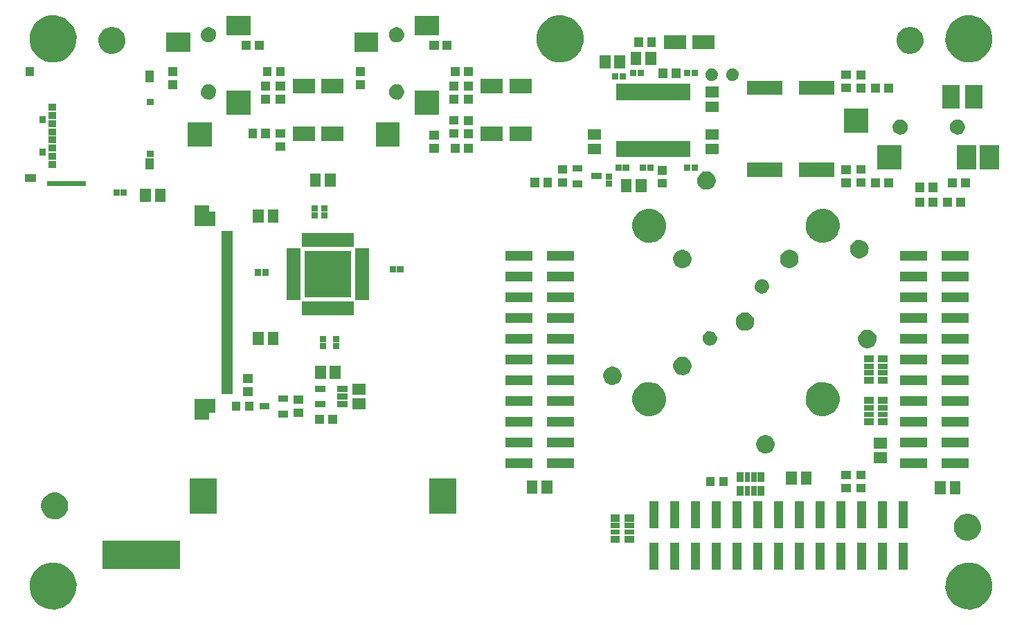
<source format=gbs>
%FSLAX34Y34*%
G04 Gerber Fmt 3.4, Leading zero omitted, Abs format*
G04 (created by PCBNEW (2014-03-01 BZR 4730)-product) date Tuesday, July 01, 2014 'PMt' 01:30:20 PM*
%MOIN*%
G01*
G70*
G90*
G04 APERTURE LIST*
%ADD10C,0.006000*%
G04 APERTURE END LIST*
G54D10*
G36*
X24282Y-42746D02*
X24281Y-42746D01*
X23867Y-42746D01*
X23867Y-42746D01*
X23867Y-42312D01*
X23867Y-42312D01*
X24281Y-42312D01*
X24282Y-42312D01*
X24282Y-42746D01*
X24282Y-42746D01*
G37*
G36*
X24360Y-47838D02*
X24360Y-47838D01*
X23847Y-47838D01*
X23847Y-47838D01*
X23847Y-47484D01*
X23847Y-47484D01*
X24360Y-47484D01*
X24360Y-47484D01*
X24360Y-47838D01*
X24360Y-47838D01*
G37*
G36*
X24853Y-45000D02*
X24852Y-45000D01*
X24536Y-45000D01*
X24536Y-45000D01*
X24536Y-44664D01*
X24536Y-44664D01*
X24852Y-44664D01*
X24853Y-44664D01*
X24853Y-45000D01*
X24853Y-45000D01*
G37*
G36*
X24853Y-46575D02*
X24852Y-46575D01*
X24536Y-46575D01*
X24536Y-46575D01*
X24536Y-46239D01*
X24536Y-46239D01*
X24852Y-46239D01*
X24853Y-46239D01*
X24853Y-46575D01*
X24853Y-46575D01*
G37*
G36*
X25345Y-44409D02*
X25344Y-44409D01*
X24989Y-44409D01*
X24989Y-44409D01*
X24989Y-44074D01*
X24989Y-44074D01*
X25344Y-44074D01*
X25345Y-44074D01*
X25345Y-44409D01*
X25345Y-44409D01*
G37*
G36*
X25345Y-44803D02*
X25344Y-44803D01*
X24989Y-44803D01*
X24989Y-44803D01*
X24989Y-44468D01*
X24989Y-44468D01*
X25344Y-44468D01*
X25345Y-44468D01*
X25345Y-44803D01*
X25345Y-44803D01*
G37*
G36*
X25345Y-45197D02*
X25344Y-45197D01*
X24989Y-45197D01*
X24989Y-45197D01*
X24989Y-44861D01*
X24989Y-44861D01*
X25344Y-44861D01*
X25345Y-44861D01*
X25345Y-45197D01*
X25345Y-45197D01*
G37*
G36*
X25345Y-45591D02*
X25344Y-45591D01*
X24989Y-45591D01*
X24989Y-45591D01*
X24989Y-45255D01*
X24989Y-45255D01*
X25344Y-45255D01*
X25345Y-45255D01*
X25345Y-45591D01*
X25345Y-45591D01*
G37*
G36*
X25345Y-45984D02*
X25344Y-45984D01*
X24989Y-45984D01*
X24989Y-45984D01*
X24989Y-45649D01*
X24989Y-45649D01*
X25344Y-45649D01*
X25345Y-45649D01*
X25345Y-45984D01*
X25345Y-45984D01*
G37*
G36*
X25345Y-46378D02*
X25344Y-46378D01*
X24989Y-46378D01*
X24989Y-46378D01*
X24989Y-46042D01*
X24989Y-46042D01*
X25344Y-46042D01*
X25345Y-46042D01*
X25345Y-46378D01*
X25345Y-46378D01*
G37*
G36*
X25345Y-46772D02*
X25344Y-46772D01*
X24989Y-46772D01*
X24989Y-46772D01*
X24989Y-46436D01*
X24989Y-46436D01*
X25344Y-46436D01*
X25345Y-46436D01*
X25345Y-46772D01*
X25345Y-46772D01*
G37*
G36*
X25345Y-47165D02*
X25344Y-47165D01*
X24989Y-47165D01*
X24989Y-47165D01*
X24989Y-46830D01*
X24989Y-46830D01*
X25344Y-46830D01*
X25345Y-46830D01*
X25345Y-47165D01*
X25345Y-47165D01*
G37*
G36*
X25925Y-63401D02*
X25923Y-63545D01*
X25895Y-63671D01*
X25843Y-63787D01*
X25770Y-63891D01*
X25677Y-63979D01*
X25570Y-64047D01*
X25450Y-64094D01*
X25450Y-64094D01*
X25326Y-64115D01*
X25197Y-64113D01*
X25074Y-64085D01*
X24956Y-64034D01*
X24852Y-63961D01*
X24763Y-63870D01*
X24694Y-63762D01*
X24647Y-63645D01*
X24624Y-63518D01*
X24626Y-63392D01*
X24653Y-63266D01*
X24703Y-63150D01*
X24775Y-63044D01*
X24866Y-62955D01*
X24972Y-62885D01*
X25092Y-62837D01*
X25215Y-62814D01*
X25344Y-62815D01*
X25468Y-62840D01*
X25586Y-62890D01*
X25691Y-62961D01*
X25781Y-63051D01*
X25852Y-63158D01*
X25900Y-63275D01*
X25925Y-63401D01*
X25925Y-63401D01*
G37*
G36*
X26329Y-40834D02*
X26325Y-41086D01*
X26276Y-41304D01*
X26186Y-41506D01*
X26058Y-41688D01*
X25897Y-41841D01*
X25710Y-41960D01*
X25501Y-42041D01*
X25501Y-42041D01*
X25285Y-42079D01*
X25061Y-42074D01*
X24845Y-42027D01*
X24641Y-41938D01*
X24459Y-41811D01*
X24305Y-41651D01*
X24184Y-41464D01*
X24103Y-41259D01*
X24062Y-41039D01*
X24065Y-40818D01*
X24112Y-40600D01*
X24199Y-40396D01*
X24325Y-40213D01*
X24484Y-40057D01*
X24669Y-39936D01*
X24876Y-39852D01*
X25092Y-39811D01*
X25316Y-39813D01*
X25532Y-39857D01*
X25738Y-39944D01*
X25922Y-40068D01*
X26078Y-40225D01*
X26201Y-40411D01*
X26286Y-40615D01*
X26329Y-40834D01*
X26329Y-40834D01*
G37*
G36*
X26329Y-67212D02*
X26325Y-67464D01*
X26276Y-67682D01*
X26186Y-67884D01*
X26058Y-68066D01*
X25897Y-68219D01*
X25710Y-68338D01*
X25501Y-68419D01*
X25501Y-68419D01*
X25285Y-68457D01*
X25061Y-68452D01*
X24845Y-68405D01*
X24641Y-68316D01*
X24459Y-68189D01*
X24305Y-68029D01*
X24184Y-67842D01*
X24103Y-67637D01*
X24062Y-67417D01*
X24065Y-67196D01*
X24112Y-66978D01*
X24199Y-66774D01*
X24325Y-66591D01*
X24484Y-66435D01*
X24669Y-66314D01*
X24876Y-66230D01*
X25092Y-66189D01*
X25316Y-66191D01*
X25532Y-66235D01*
X25738Y-66322D01*
X25922Y-66445D01*
X26078Y-66603D01*
X26201Y-66789D01*
X26286Y-66993D01*
X26329Y-67212D01*
X26329Y-67212D01*
G37*
G36*
X26782Y-48034D02*
X26781Y-48034D01*
X24899Y-48034D01*
X24898Y-48034D01*
X24898Y-47809D01*
X24899Y-47809D01*
X26781Y-47809D01*
X26782Y-47809D01*
X26782Y-48034D01*
X26782Y-48034D01*
G37*
G36*
X28400Y-48498D02*
X28400Y-48498D01*
X28096Y-48498D01*
X28095Y-48498D01*
X28095Y-48194D01*
X28096Y-48194D01*
X28400Y-48194D01*
X28400Y-48194D01*
X28400Y-48498D01*
X28400Y-48498D01*
G37*
G36*
X28681Y-40960D02*
X28679Y-41104D01*
X28651Y-41230D01*
X28599Y-41346D01*
X28526Y-41450D01*
X28433Y-41538D01*
X28326Y-41606D01*
X28206Y-41653D01*
X28206Y-41653D01*
X28082Y-41674D01*
X27953Y-41672D01*
X27830Y-41645D01*
X27712Y-41593D01*
X27608Y-41521D01*
X27519Y-41429D01*
X27450Y-41321D01*
X27403Y-41204D01*
X27380Y-41077D01*
X27382Y-40951D01*
X27409Y-40825D01*
X27458Y-40709D01*
X27531Y-40603D01*
X27622Y-40514D01*
X27728Y-40444D01*
X27847Y-40396D01*
X27971Y-40373D01*
X28100Y-40374D01*
X28223Y-40399D01*
X28342Y-40449D01*
X28447Y-40520D01*
X28537Y-40610D01*
X28608Y-40717D01*
X28656Y-40834D01*
X28681Y-40960D01*
X28681Y-40960D01*
G37*
G36*
X28754Y-48498D02*
X28754Y-48498D01*
X28450Y-48498D01*
X28449Y-48498D01*
X28449Y-48194D01*
X28450Y-48194D01*
X28754Y-48194D01*
X28754Y-48194D01*
X28754Y-48498D01*
X28754Y-48498D01*
G37*
G36*
X29902Y-48819D02*
X29902Y-48819D01*
X29389Y-48819D01*
X29389Y-48819D01*
X29389Y-48188D01*
X29389Y-48188D01*
X29902Y-48188D01*
X29902Y-48188D01*
X29902Y-48819D01*
X29902Y-48819D01*
G37*
G36*
X30049Y-43036D02*
X30049Y-43036D01*
X29655Y-43036D01*
X29654Y-43036D01*
X29654Y-42465D01*
X29655Y-42465D01*
X30049Y-42465D01*
X30049Y-42465D01*
X30049Y-43036D01*
X30049Y-43036D01*
G37*
G36*
X30049Y-44144D02*
X30049Y-44144D01*
X29694Y-44144D01*
X29694Y-44144D01*
X29694Y-43828D01*
X29694Y-43828D01*
X30049Y-43828D01*
X30049Y-43828D01*
X30049Y-44144D01*
X30049Y-44144D01*
G37*
G36*
X30049Y-46644D02*
X30049Y-46644D01*
X29694Y-46644D01*
X29694Y-46644D01*
X29694Y-46328D01*
X29694Y-46328D01*
X30049Y-46328D01*
X30049Y-46328D01*
X30049Y-46644D01*
X30049Y-46644D01*
G37*
G36*
X30049Y-47239D02*
X30049Y-47239D01*
X29655Y-47239D01*
X29654Y-47239D01*
X29654Y-46707D01*
X29655Y-46707D01*
X30049Y-46707D01*
X30049Y-46707D01*
X30049Y-47239D01*
X30049Y-47239D01*
G37*
G36*
X30610Y-48819D02*
X30610Y-48819D01*
X30097Y-48819D01*
X30097Y-48819D01*
X30097Y-48188D01*
X30097Y-48188D01*
X30610Y-48188D01*
X30610Y-48188D01*
X30610Y-48819D01*
X30610Y-48819D01*
G37*
G36*
X31162Y-42736D02*
X31161Y-42736D01*
X30727Y-42736D01*
X30727Y-42736D01*
X30727Y-42302D01*
X30727Y-42302D01*
X31161Y-42302D01*
X31162Y-42302D01*
X31162Y-42736D01*
X31162Y-42736D01*
G37*
G36*
X31162Y-43366D02*
X31161Y-43366D01*
X30727Y-43366D01*
X30727Y-43366D01*
X30727Y-42932D01*
X30727Y-42932D01*
X31161Y-42932D01*
X31162Y-42932D01*
X31162Y-43366D01*
X31162Y-43366D01*
G37*
G36*
X31323Y-66520D02*
X27573Y-66520D01*
X27573Y-65133D01*
X31323Y-65133D01*
X31323Y-66520D01*
X31323Y-66520D01*
G37*
G36*
X31801Y-41565D02*
X31801Y-41565D01*
X30639Y-41565D01*
X30639Y-41565D01*
X30639Y-40639D01*
X30639Y-40639D01*
X31801Y-40639D01*
X31801Y-40639D01*
X31801Y-41565D01*
X31801Y-41565D01*
G37*
G36*
X32835Y-46132D02*
X32835Y-46132D01*
X31672Y-46132D01*
X31672Y-46132D01*
X31672Y-44970D01*
X31672Y-44970D01*
X32835Y-44970D01*
X32835Y-44970D01*
X32835Y-46132D01*
X32835Y-46132D01*
G37*
G36*
X33022Y-49970D02*
X33022Y-49970D01*
X32722Y-49970D01*
X32707Y-49970D01*
X32647Y-49970D01*
X32632Y-49970D01*
X32017Y-49970D01*
X32017Y-49970D01*
X32017Y-48966D01*
X32017Y-48966D01*
X32707Y-48966D01*
X32707Y-48966D01*
X32707Y-49263D01*
X32707Y-49268D01*
X32709Y-49273D01*
X32712Y-49277D01*
X32717Y-49280D01*
X32722Y-49281D01*
X33022Y-49281D01*
X33022Y-49281D01*
X33022Y-49970D01*
X33022Y-49970D01*
G37*
G36*
X33022Y-58986D02*
X33022Y-58986D01*
X32722Y-58986D01*
X32717Y-58987D01*
X32712Y-58990D01*
X32709Y-58994D01*
X32707Y-58999D01*
X32707Y-59004D01*
X32707Y-59301D01*
X32707Y-59301D01*
X32017Y-59301D01*
X32017Y-59301D01*
X32017Y-58296D01*
X32017Y-58296D01*
X32632Y-58296D01*
X32647Y-58296D01*
X32707Y-58296D01*
X32722Y-58296D01*
X33022Y-58296D01*
X33022Y-58296D01*
X33022Y-58986D01*
X33022Y-58986D01*
G37*
G36*
X33041Y-40713D02*
X33040Y-40793D01*
X33024Y-40864D01*
X32995Y-40928D01*
X32954Y-40987D01*
X32902Y-41037D01*
X32842Y-41074D01*
X32774Y-41101D01*
X32774Y-41101D01*
X32706Y-41113D01*
X32633Y-41111D01*
X32564Y-41096D01*
X32498Y-41067D01*
X32439Y-41027D01*
X32390Y-40975D01*
X32350Y-40914D01*
X32325Y-40849D01*
X32311Y-40777D01*
X32312Y-40708D01*
X32328Y-40636D01*
X32355Y-40571D01*
X32396Y-40512D01*
X32447Y-40462D01*
X32506Y-40423D01*
X32574Y-40396D01*
X32642Y-40383D01*
X32716Y-40383D01*
X32784Y-40397D01*
X32851Y-40425D01*
X32910Y-40465D01*
X32961Y-40516D01*
X33001Y-40576D01*
X33027Y-40641D01*
X33041Y-40713D01*
X33041Y-40713D01*
G37*
G36*
X33041Y-43468D02*
X33040Y-43549D01*
X33024Y-43619D01*
X32995Y-43684D01*
X32954Y-43743D01*
X32902Y-43793D01*
X32842Y-43830D01*
X32774Y-43857D01*
X32774Y-43857D01*
X32706Y-43869D01*
X32633Y-43867D01*
X32564Y-43852D01*
X32498Y-43823D01*
X32439Y-43782D01*
X32390Y-43731D01*
X32350Y-43670D01*
X32325Y-43605D01*
X32311Y-43533D01*
X32312Y-43464D01*
X32328Y-43392D01*
X32355Y-43327D01*
X32396Y-43268D01*
X32447Y-43218D01*
X32506Y-43179D01*
X32574Y-43152D01*
X32642Y-43139D01*
X32716Y-43139D01*
X32784Y-43153D01*
X32851Y-43181D01*
X32910Y-43221D01*
X32961Y-43272D01*
X33001Y-43332D01*
X33027Y-43397D01*
X33041Y-43468D01*
X33041Y-43468D01*
G37*
G36*
X33081Y-63848D02*
X33081Y-63848D01*
X31761Y-63848D01*
X31761Y-63848D01*
X31761Y-62135D01*
X31761Y-62135D01*
X33081Y-62135D01*
X33081Y-62135D01*
X33081Y-63848D01*
X33081Y-63848D01*
G37*
G36*
X33849Y-58061D02*
X33848Y-58061D01*
X33316Y-58061D01*
X33316Y-58061D01*
X33316Y-57882D01*
X33316Y-57877D01*
X33316Y-57870D01*
X33316Y-57865D01*
X33316Y-57685D01*
X33316Y-57680D01*
X33316Y-57674D01*
X33316Y-57668D01*
X33316Y-57488D01*
X33316Y-57483D01*
X33316Y-57477D01*
X33316Y-57472D01*
X33316Y-57291D01*
X33316Y-57286D01*
X33316Y-57280D01*
X33316Y-57275D01*
X33316Y-57094D01*
X33316Y-57089D01*
X33316Y-57083D01*
X33316Y-57078D01*
X33316Y-56897D01*
X33316Y-56892D01*
X33316Y-56886D01*
X33316Y-56881D01*
X33316Y-56701D01*
X33316Y-56695D01*
X33316Y-56689D01*
X33316Y-56684D01*
X33316Y-56504D01*
X33316Y-56499D01*
X33316Y-56493D01*
X33316Y-56487D01*
X33316Y-56307D01*
X33316Y-56302D01*
X33316Y-56296D01*
X33316Y-56290D01*
X33316Y-56110D01*
X33316Y-56105D01*
X33316Y-56099D01*
X33316Y-56094D01*
X33316Y-55913D01*
X33316Y-55908D01*
X33316Y-55902D01*
X33316Y-55897D01*
X33316Y-55716D01*
X33316Y-55711D01*
X33316Y-55705D01*
X33316Y-55700D01*
X33316Y-55520D01*
X33316Y-55514D01*
X33316Y-55508D01*
X33316Y-55503D01*
X33316Y-55323D01*
X33316Y-55317D01*
X33316Y-55311D01*
X33316Y-55306D01*
X33316Y-55126D01*
X33316Y-55121D01*
X33316Y-55115D01*
X33316Y-55109D01*
X33316Y-54929D01*
X33316Y-54924D01*
X33316Y-54918D01*
X33316Y-54913D01*
X33316Y-54732D01*
X33316Y-54727D01*
X33316Y-54721D01*
X33316Y-54716D01*
X33316Y-54535D01*
X33316Y-54530D01*
X33316Y-54524D01*
X33316Y-54519D01*
X33316Y-54338D01*
X33316Y-54333D01*
X33316Y-54327D01*
X33316Y-54322D01*
X33316Y-54142D01*
X33316Y-54136D01*
X33316Y-54130D01*
X33316Y-54125D01*
X33316Y-53945D01*
X33316Y-53940D01*
X33316Y-53933D01*
X33316Y-53928D01*
X33316Y-53748D01*
X33316Y-53743D01*
X33316Y-53737D01*
X33316Y-53731D01*
X33316Y-53551D01*
X33316Y-53546D01*
X33316Y-53540D01*
X33316Y-53535D01*
X33316Y-53354D01*
X33316Y-53349D01*
X33316Y-53343D01*
X33316Y-53338D01*
X33316Y-53157D01*
X33316Y-53152D01*
X33316Y-53146D01*
X33316Y-53141D01*
X33316Y-52960D01*
X33316Y-52955D01*
X33316Y-52949D01*
X33316Y-52944D01*
X33316Y-52764D01*
X33316Y-52758D01*
X33316Y-52752D01*
X33316Y-52747D01*
X33316Y-52567D01*
X33316Y-52562D01*
X33316Y-52556D01*
X33316Y-52550D01*
X33316Y-52370D01*
X33316Y-52365D01*
X33316Y-52359D01*
X33316Y-52353D01*
X33316Y-52173D01*
X33316Y-52168D01*
X33316Y-52162D01*
X33316Y-52157D01*
X33316Y-51976D01*
X33316Y-51971D01*
X33316Y-51965D01*
X33316Y-51960D01*
X33316Y-51779D01*
X33316Y-51774D01*
X33316Y-51768D01*
X33316Y-51763D01*
X33316Y-51583D01*
X33316Y-51577D01*
X33316Y-51571D01*
X33316Y-51566D01*
X33316Y-51386D01*
X33316Y-51380D01*
X33316Y-51374D01*
X33316Y-51369D01*
X33316Y-51189D01*
X33316Y-51184D01*
X33316Y-51178D01*
X33316Y-51172D01*
X33316Y-50992D01*
X33316Y-50987D01*
X33316Y-50981D01*
X33316Y-50976D01*
X33316Y-50795D01*
X33316Y-50790D01*
X33316Y-50784D01*
X33316Y-50779D01*
X33316Y-50598D01*
X33316Y-50593D01*
X33316Y-50587D01*
X33316Y-50582D01*
X33316Y-50401D01*
X33316Y-50396D01*
X33316Y-50390D01*
X33316Y-50385D01*
X33316Y-50206D01*
X33316Y-50206D01*
X33848Y-50206D01*
X33849Y-50206D01*
X33849Y-50385D01*
X33849Y-50390D01*
X33849Y-50396D01*
X33849Y-50401D01*
X33849Y-50582D01*
X33849Y-50587D01*
X33849Y-50593D01*
X33849Y-50598D01*
X33849Y-50779D01*
X33849Y-50784D01*
X33849Y-50790D01*
X33849Y-50795D01*
X33849Y-50976D01*
X33849Y-50981D01*
X33849Y-50987D01*
X33849Y-50992D01*
X33849Y-51172D01*
X33849Y-51178D01*
X33849Y-51184D01*
X33849Y-51189D01*
X33849Y-51369D01*
X33849Y-51374D01*
X33849Y-51380D01*
X33849Y-51386D01*
X33849Y-51566D01*
X33849Y-51571D01*
X33849Y-51577D01*
X33849Y-51583D01*
X33849Y-51763D01*
X33849Y-51768D01*
X33849Y-51774D01*
X33849Y-51779D01*
X33849Y-51960D01*
X33849Y-51965D01*
X33849Y-51971D01*
X33849Y-51976D01*
X33849Y-52157D01*
X33849Y-52162D01*
X33849Y-52168D01*
X33849Y-52173D01*
X33849Y-52353D01*
X33849Y-52359D01*
X33849Y-52365D01*
X33849Y-52370D01*
X33849Y-52550D01*
X33849Y-52556D01*
X33849Y-52562D01*
X33849Y-52567D01*
X33849Y-52747D01*
X33849Y-52752D01*
X33849Y-52758D01*
X33849Y-52764D01*
X33849Y-52944D01*
X33849Y-52949D01*
X33849Y-52955D01*
X33849Y-52960D01*
X33849Y-53141D01*
X33849Y-53146D01*
X33849Y-53152D01*
X33849Y-53157D01*
X33849Y-53338D01*
X33849Y-53343D01*
X33849Y-53349D01*
X33849Y-53354D01*
X33849Y-53535D01*
X33849Y-53540D01*
X33849Y-53546D01*
X33849Y-53551D01*
X33849Y-53731D01*
X33849Y-53737D01*
X33849Y-53743D01*
X33849Y-53748D01*
X33849Y-53928D01*
X33849Y-53933D01*
X33849Y-53940D01*
X33849Y-53945D01*
X33849Y-54125D01*
X33849Y-54130D01*
X33849Y-54136D01*
X33849Y-54142D01*
X33849Y-54322D01*
X33849Y-54327D01*
X33849Y-54333D01*
X33849Y-54338D01*
X33849Y-54519D01*
X33849Y-54524D01*
X33849Y-54530D01*
X33849Y-54535D01*
X33849Y-54716D01*
X33849Y-54721D01*
X33849Y-54727D01*
X33849Y-54732D01*
X33849Y-54913D01*
X33849Y-54918D01*
X33849Y-54924D01*
X33849Y-54929D01*
X33849Y-55109D01*
X33849Y-55115D01*
X33849Y-55121D01*
X33849Y-55126D01*
X33849Y-55306D01*
X33849Y-55311D01*
X33849Y-55317D01*
X33849Y-55323D01*
X33849Y-55503D01*
X33849Y-55508D01*
X33849Y-55514D01*
X33849Y-55520D01*
X33849Y-55700D01*
X33849Y-55705D01*
X33849Y-55711D01*
X33849Y-55716D01*
X33849Y-55897D01*
X33849Y-55902D01*
X33849Y-55908D01*
X33849Y-55913D01*
X33849Y-56094D01*
X33849Y-56099D01*
X33849Y-56105D01*
X33849Y-56110D01*
X33849Y-56290D01*
X33849Y-56296D01*
X33849Y-56302D01*
X33849Y-56307D01*
X33849Y-56487D01*
X33849Y-56493D01*
X33849Y-56499D01*
X33849Y-56504D01*
X33849Y-56684D01*
X33849Y-56689D01*
X33849Y-56695D01*
X33849Y-56701D01*
X33849Y-56881D01*
X33849Y-56886D01*
X33849Y-56892D01*
X33849Y-56897D01*
X33849Y-57078D01*
X33849Y-57083D01*
X33849Y-57089D01*
X33849Y-57094D01*
X33849Y-57275D01*
X33849Y-57280D01*
X33849Y-57286D01*
X33849Y-57291D01*
X33849Y-57472D01*
X33849Y-57477D01*
X33849Y-57483D01*
X33849Y-57488D01*
X33849Y-57668D01*
X33849Y-57674D01*
X33849Y-57680D01*
X33849Y-57685D01*
X33849Y-57865D01*
X33849Y-57870D01*
X33849Y-57877D01*
X33849Y-57882D01*
X33849Y-58061D01*
X33849Y-58061D01*
G37*
G36*
X34222Y-58888D02*
X34222Y-58888D01*
X33808Y-58888D01*
X33808Y-58888D01*
X33808Y-58434D01*
X33808Y-58434D01*
X34222Y-58434D01*
X34222Y-58434D01*
X34222Y-58888D01*
X34222Y-58888D01*
G37*
G36*
X34705Y-41476D02*
X34705Y-41476D01*
X34271Y-41476D01*
X34270Y-41476D01*
X34270Y-41042D01*
X34271Y-41042D01*
X34705Y-41042D01*
X34705Y-41042D01*
X34705Y-41476D01*
X34705Y-41476D01*
G37*
G36*
X34715Y-40778D02*
X34715Y-40778D01*
X33552Y-40778D01*
X33552Y-40778D01*
X33552Y-39851D01*
X33552Y-39851D01*
X34715Y-39851D01*
X34715Y-39851D01*
X34715Y-40778D01*
X34715Y-40778D01*
G37*
G36*
X34715Y-44596D02*
X34715Y-44596D01*
X33552Y-44596D01*
X33552Y-44596D01*
X33552Y-43434D01*
X33552Y-43434D01*
X34715Y-43434D01*
X34715Y-43434D01*
X34715Y-44596D01*
X34715Y-44596D01*
G37*
G36*
X34794Y-57529D02*
X34793Y-57529D01*
X34339Y-57529D01*
X34339Y-57529D01*
X34339Y-57115D01*
X34339Y-57115D01*
X34793Y-57115D01*
X34794Y-57115D01*
X34794Y-57529D01*
X34794Y-57529D01*
G37*
G36*
X34794Y-58159D02*
X34793Y-58159D01*
X34339Y-58159D01*
X34339Y-58159D01*
X34339Y-57745D01*
X34339Y-57745D01*
X34793Y-57745D01*
X34794Y-57745D01*
X34794Y-58159D01*
X34794Y-58159D01*
G37*
G36*
X34852Y-58888D02*
X34852Y-58888D01*
X34438Y-58888D01*
X34438Y-58888D01*
X34438Y-58434D01*
X34438Y-58434D01*
X34852Y-58434D01*
X34852Y-58434D01*
X34852Y-58888D01*
X34852Y-58888D01*
G37*
G36*
X35010Y-45738D02*
X35010Y-45738D01*
X34596Y-45738D01*
X34595Y-45738D01*
X34595Y-45284D01*
X34596Y-45284D01*
X35010Y-45284D01*
X35010Y-45284D01*
X35010Y-45738D01*
X35010Y-45738D01*
G37*
G36*
X35211Y-52356D02*
X35211Y-52356D01*
X34907Y-52356D01*
X34906Y-52356D01*
X34906Y-52052D01*
X34907Y-52052D01*
X35211Y-52052D01*
X35211Y-52052D01*
X35211Y-52356D01*
X35211Y-52356D01*
G37*
G36*
X35335Y-41476D02*
X35335Y-41476D01*
X34901Y-41476D01*
X34900Y-41476D01*
X34900Y-41042D01*
X34901Y-41042D01*
X35335Y-41042D01*
X35335Y-41042D01*
X35335Y-41476D01*
X35335Y-41476D01*
G37*
G36*
X35335Y-49803D02*
X35335Y-49803D01*
X34822Y-49803D01*
X34822Y-49803D01*
X34822Y-49172D01*
X34822Y-49172D01*
X35335Y-49172D01*
X35335Y-49172D01*
X35335Y-49803D01*
X35335Y-49803D01*
G37*
G36*
X35335Y-55709D02*
X35335Y-55709D01*
X34822Y-55709D01*
X34822Y-55709D01*
X34822Y-55078D01*
X34822Y-55078D01*
X35335Y-55078D01*
X35335Y-55078D01*
X35335Y-55709D01*
X35335Y-55709D01*
G37*
G36*
X35565Y-52356D02*
X35565Y-52356D01*
X35261Y-52356D01*
X35260Y-52356D01*
X35260Y-52052D01*
X35261Y-52052D01*
X35565Y-52052D01*
X35565Y-52052D01*
X35565Y-52356D01*
X35565Y-52356D01*
G37*
G36*
X35610Y-58819D02*
X35610Y-58819D01*
X35137Y-58819D01*
X35137Y-58819D01*
X35137Y-58503D01*
X35137Y-58503D01*
X35610Y-58503D01*
X35610Y-58503D01*
X35610Y-58819D01*
X35610Y-58819D01*
G37*
G36*
X35640Y-45738D02*
X35640Y-45738D01*
X35226Y-45738D01*
X35225Y-45738D01*
X35225Y-45284D01*
X35226Y-45284D01*
X35640Y-45284D01*
X35640Y-45284D01*
X35640Y-45738D01*
X35640Y-45738D01*
G37*
G36*
X35650Y-43445D02*
X35650Y-43445D01*
X35216Y-43445D01*
X35215Y-43445D01*
X35215Y-43011D01*
X35216Y-43011D01*
X35650Y-43011D01*
X35650Y-43011D01*
X35650Y-43445D01*
X35650Y-43445D01*
G37*
G36*
X35650Y-44075D02*
X35650Y-44075D01*
X35216Y-44075D01*
X35215Y-44075D01*
X35215Y-43641D01*
X35216Y-43641D01*
X35650Y-43641D01*
X35650Y-43641D01*
X35650Y-44075D01*
X35650Y-44075D01*
G37*
G36*
X35718Y-42746D02*
X35718Y-42746D01*
X35304Y-42746D01*
X35304Y-42746D01*
X35304Y-42292D01*
X35304Y-42292D01*
X35718Y-42292D01*
X35718Y-42292D01*
X35718Y-42746D01*
X35718Y-42746D01*
G37*
G36*
X36043Y-49803D02*
X36043Y-49803D01*
X35530Y-49803D01*
X35530Y-49803D01*
X35530Y-49172D01*
X35530Y-49172D01*
X36043Y-49172D01*
X36043Y-49172D01*
X36043Y-49803D01*
X36043Y-49803D01*
G37*
G36*
X36043Y-55709D02*
X36043Y-55709D01*
X35530Y-55709D01*
X35530Y-55709D01*
X35530Y-55078D01*
X35530Y-55078D01*
X36043Y-55078D01*
X36043Y-55078D01*
X36043Y-55709D01*
X36043Y-55709D01*
G37*
G36*
X36348Y-42746D02*
X36348Y-42746D01*
X35934Y-42746D01*
X35934Y-42746D01*
X35934Y-42292D01*
X35934Y-42292D01*
X36348Y-42292D01*
X36348Y-42292D01*
X36348Y-42746D01*
X36348Y-42746D01*
G37*
G36*
X36368Y-43435D02*
X36368Y-43435D01*
X35914Y-43435D01*
X35914Y-43435D01*
X35914Y-43021D01*
X35914Y-43021D01*
X36368Y-43021D01*
X36368Y-43021D01*
X36368Y-43435D01*
X36368Y-43435D01*
G37*
G36*
X36368Y-44065D02*
X36368Y-44065D01*
X35914Y-44065D01*
X35914Y-44065D01*
X35914Y-43651D01*
X35914Y-43651D01*
X36368Y-43651D01*
X36368Y-43651D01*
X36368Y-44065D01*
X36368Y-44065D01*
G37*
G36*
X36368Y-45718D02*
X36368Y-45718D01*
X35914Y-45718D01*
X35914Y-45718D01*
X35914Y-45304D01*
X35914Y-45304D01*
X36368Y-45304D01*
X36368Y-45304D01*
X36368Y-45718D01*
X36368Y-45718D01*
G37*
G36*
X36368Y-46348D02*
X36368Y-46348D01*
X35914Y-46348D01*
X35914Y-46348D01*
X35914Y-45934D01*
X35914Y-45934D01*
X36368Y-45934D01*
X36368Y-45934D01*
X36368Y-46348D01*
X36368Y-46348D01*
G37*
G36*
X36516Y-58445D02*
X36516Y-58445D01*
X36042Y-58445D01*
X36042Y-58445D01*
X36042Y-58129D01*
X36042Y-58129D01*
X36516Y-58129D01*
X36516Y-58129D01*
X36516Y-58445D01*
X36516Y-58445D01*
G37*
G36*
X36516Y-59193D02*
X36516Y-59193D01*
X36042Y-59193D01*
X36042Y-59193D01*
X36042Y-58877D01*
X36042Y-58877D01*
X36516Y-58877D01*
X36516Y-58877D01*
X36516Y-59193D01*
X36516Y-59193D01*
G37*
G36*
X37097Y-53533D02*
X37096Y-53533D01*
X36446Y-53533D01*
X36446Y-53533D01*
X36446Y-53394D01*
X36446Y-53388D01*
X36446Y-53382D01*
X36446Y-53377D01*
X36446Y-53236D01*
X36446Y-53231D01*
X36446Y-53225D01*
X36446Y-53220D01*
X36446Y-53079D01*
X36446Y-53073D01*
X36446Y-53067D01*
X36446Y-53062D01*
X36446Y-52921D01*
X36446Y-52916D01*
X36446Y-52910D01*
X36446Y-52905D01*
X36446Y-52764D01*
X36446Y-52758D01*
X36446Y-52752D01*
X36446Y-52747D01*
X36446Y-52606D01*
X36446Y-52601D01*
X36446Y-52595D01*
X36446Y-52590D01*
X36446Y-52449D01*
X36446Y-52443D01*
X36446Y-52437D01*
X36446Y-52432D01*
X36446Y-52291D01*
X36446Y-52286D01*
X36446Y-52280D01*
X36446Y-52275D01*
X36446Y-52134D01*
X36446Y-52129D01*
X36446Y-52122D01*
X36446Y-52117D01*
X36446Y-51976D01*
X36446Y-51971D01*
X36446Y-51965D01*
X36446Y-51960D01*
X36446Y-51819D01*
X36446Y-51814D01*
X36446Y-51807D01*
X36446Y-51802D01*
X36446Y-51661D01*
X36446Y-51656D01*
X36446Y-51650D01*
X36446Y-51645D01*
X36446Y-51504D01*
X36446Y-51499D01*
X36446Y-51493D01*
X36446Y-51487D01*
X36446Y-51346D01*
X36446Y-51341D01*
X36446Y-51335D01*
X36446Y-51330D01*
X36446Y-51189D01*
X36446Y-51184D01*
X36446Y-51178D01*
X36446Y-51172D01*
X36446Y-51032D01*
X36446Y-51032D01*
X37096Y-51032D01*
X37097Y-51032D01*
X37097Y-51172D01*
X37097Y-51178D01*
X37097Y-51184D01*
X37097Y-51189D01*
X37097Y-51330D01*
X37097Y-51335D01*
X37097Y-51341D01*
X37097Y-51346D01*
X37097Y-51487D01*
X37097Y-51493D01*
X37097Y-51499D01*
X37097Y-51504D01*
X37097Y-51645D01*
X37097Y-51650D01*
X37097Y-51656D01*
X37097Y-51661D01*
X37097Y-51802D01*
X37097Y-51807D01*
X37097Y-51814D01*
X37097Y-51819D01*
X37097Y-51960D01*
X37097Y-51965D01*
X37097Y-51971D01*
X37097Y-51976D01*
X37097Y-52117D01*
X37097Y-52122D01*
X37097Y-52129D01*
X37097Y-52134D01*
X37097Y-52275D01*
X37097Y-52280D01*
X37097Y-52286D01*
X37097Y-52291D01*
X37097Y-52432D01*
X37097Y-52437D01*
X37097Y-52443D01*
X37097Y-52449D01*
X37097Y-52590D01*
X37097Y-52595D01*
X37097Y-52601D01*
X37097Y-52606D01*
X37097Y-52747D01*
X37097Y-52752D01*
X37097Y-52758D01*
X37097Y-52764D01*
X37097Y-52905D01*
X37097Y-52910D01*
X37097Y-52916D01*
X37097Y-52921D01*
X37097Y-53062D01*
X37097Y-53067D01*
X37097Y-53073D01*
X37097Y-53079D01*
X37097Y-53220D01*
X37097Y-53225D01*
X37097Y-53231D01*
X37097Y-53236D01*
X37097Y-53377D01*
X37097Y-53382D01*
X37097Y-53388D01*
X37097Y-53394D01*
X37097Y-53533D01*
X37097Y-53533D01*
G37*
G36*
X37235Y-58553D02*
X37234Y-58553D01*
X36780Y-58553D01*
X36780Y-58553D01*
X36780Y-58139D01*
X36780Y-58139D01*
X37234Y-58139D01*
X37235Y-58139D01*
X37235Y-58553D01*
X37235Y-58553D01*
G37*
G36*
X37235Y-59183D02*
X37234Y-59183D01*
X36780Y-59183D01*
X36780Y-59183D01*
X36780Y-58769D01*
X36780Y-58769D01*
X37234Y-58769D01*
X37235Y-58769D01*
X37235Y-59183D01*
X37235Y-59183D01*
G37*
G36*
X37795Y-43573D02*
X37795Y-43573D01*
X36731Y-43573D01*
X36731Y-43573D01*
X36731Y-42883D01*
X36731Y-42883D01*
X37795Y-42883D01*
X37795Y-42883D01*
X37795Y-43573D01*
X37795Y-43573D01*
G37*
G36*
X37795Y-45856D02*
X37795Y-45856D01*
X36731Y-45856D01*
X36731Y-45856D01*
X36731Y-45166D01*
X36731Y-45166D01*
X37795Y-45166D01*
X37795Y-45166D01*
X37795Y-45856D01*
X37795Y-45856D01*
G37*
G36*
X37947Y-49266D02*
X37947Y-49266D01*
X37643Y-49266D01*
X37643Y-49266D01*
X37643Y-48962D01*
X37643Y-48962D01*
X37947Y-48962D01*
X37947Y-48962D01*
X37947Y-49266D01*
X37947Y-49266D01*
G37*
G36*
X37947Y-49620D02*
X37947Y-49620D01*
X37643Y-49620D01*
X37643Y-49620D01*
X37643Y-49316D01*
X37643Y-49316D01*
X37947Y-49316D01*
X37947Y-49316D01*
X37947Y-49620D01*
X37947Y-49620D01*
G37*
G36*
X38091Y-48071D02*
X38091Y-48071D01*
X37578Y-48071D01*
X37578Y-48071D01*
X37578Y-47440D01*
X37578Y-47440D01*
X38091Y-47440D01*
X38091Y-47440D01*
X38091Y-48071D01*
X38091Y-48071D01*
G37*
G36*
X38248Y-59518D02*
X38248Y-59518D01*
X37814Y-59518D01*
X37814Y-59518D01*
X37814Y-59064D01*
X37814Y-59064D01*
X38248Y-59064D01*
X38248Y-59064D01*
X38248Y-59518D01*
X38248Y-59518D01*
G37*
G36*
X38298Y-57962D02*
X38298Y-57962D01*
X37805Y-57962D01*
X37804Y-57962D01*
X37804Y-57666D01*
X37805Y-57666D01*
X38298Y-57666D01*
X38298Y-57666D01*
X38298Y-57962D01*
X38298Y-57962D01*
G37*
G36*
X38298Y-58710D02*
X38298Y-58710D01*
X37805Y-58710D01*
X37804Y-58710D01*
X37804Y-58414D01*
X37805Y-58414D01*
X38298Y-58414D01*
X38298Y-58414D01*
X38298Y-58710D01*
X38298Y-58710D01*
G37*
G36*
X38327Y-57323D02*
X38327Y-57323D01*
X37814Y-57323D01*
X37814Y-57323D01*
X37814Y-56692D01*
X37814Y-56692D01*
X38327Y-56692D01*
X38327Y-56692D01*
X38327Y-57323D01*
X38327Y-57323D01*
G37*
G36*
X38341Y-55565D02*
X38340Y-55565D01*
X38036Y-55565D01*
X38036Y-55565D01*
X38036Y-55261D01*
X38036Y-55261D01*
X38340Y-55261D01*
X38341Y-55261D01*
X38341Y-55565D01*
X38341Y-55565D01*
G37*
G36*
X38341Y-55919D02*
X38340Y-55919D01*
X38036Y-55919D01*
X38036Y-55919D01*
X38036Y-55615D01*
X38036Y-55615D01*
X38340Y-55615D01*
X38341Y-55615D01*
X38341Y-55919D01*
X38341Y-55919D01*
G37*
G36*
X38419Y-49266D02*
X38419Y-49266D01*
X38115Y-49266D01*
X38115Y-49266D01*
X38115Y-48962D01*
X38115Y-48962D01*
X38419Y-48962D01*
X38419Y-48962D01*
X38419Y-49266D01*
X38419Y-49266D01*
G37*
G36*
X38419Y-49620D02*
X38419Y-49620D01*
X38115Y-49620D01*
X38115Y-49620D01*
X38115Y-49316D01*
X38115Y-49316D01*
X38419Y-49316D01*
X38419Y-49316D01*
X38419Y-49620D01*
X38419Y-49620D01*
G37*
G36*
X38799Y-48071D02*
X38799Y-48071D01*
X38286Y-48071D01*
X38286Y-48071D01*
X38286Y-47440D01*
X38286Y-47440D01*
X38799Y-47440D01*
X38799Y-47440D01*
X38799Y-48071D01*
X38799Y-48071D01*
G37*
G36*
X38878Y-59518D02*
X38878Y-59518D01*
X38444Y-59518D01*
X38444Y-59518D01*
X38444Y-59064D01*
X38444Y-59064D01*
X38878Y-59064D01*
X38878Y-59064D01*
X38878Y-59518D01*
X38878Y-59518D01*
G37*
G36*
X38971Y-55565D02*
X38970Y-55565D01*
X38666Y-55565D01*
X38666Y-55565D01*
X38666Y-55261D01*
X38666Y-55261D01*
X38970Y-55261D01*
X38971Y-55261D01*
X38971Y-55565D01*
X38971Y-55565D01*
G37*
G36*
X38971Y-55919D02*
X38970Y-55919D01*
X38666Y-55919D01*
X38666Y-55919D01*
X38666Y-55615D01*
X38666Y-55615D01*
X38970Y-55615D01*
X38971Y-55615D01*
X38971Y-55919D01*
X38971Y-55919D01*
G37*
G36*
X39035Y-57323D02*
X39035Y-57323D01*
X38522Y-57323D01*
X38522Y-57323D01*
X38522Y-56692D01*
X38522Y-56692D01*
X39035Y-56692D01*
X39035Y-56692D01*
X39035Y-57323D01*
X39035Y-57323D01*
G37*
G36*
X39173Y-43573D02*
X39173Y-43573D01*
X38109Y-43573D01*
X38109Y-43573D01*
X38109Y-42883D01*
X38109Y-42883D01*
X39173Y-42883D01*
X39173Y-42883D01*
X39173Y-43573D01*
X39173Y-43573D01*
G37*
G36*
X39173Y-45856D02*
X39173Y-45856D01*
X38109Y-45856D01*
X38109Y-45856D01*
X38109Y-45166D01*
X38109Y-45166D01*
X39173Y-45166D01*
X39173Y-45166D01*
X39173Y-45856D01*
X39173Y-45856D01*
G37*
G36*
X39360Y-57962D02*
X39360Y-57962D01*
X38867Y-57962D01*
X38866Y-57962D01*
X38866Y-57666D01*
X38867Y-57666D01*
X39360Y-57666D01*
X39360Y-57666D01*
X39360Y-57962D01*
X39360Y-57962D01*
G37*
G36*
X39360Y-58336D02*
X39360Y-58336D01*
X38867Y-58336D01*
X38866Y-58336D01*
X38866Y-58040D01*
X38867Y-58040D01*
X39360Y-58040D01*
X39360Y-58040D01*
X39360Y-58336D01*
X39360Y-58336D01*
G37*
G36*
X39360Y-58710D02*
X39360Y-58710D01*
X38867Y-58710D01*
X38866Y-58710D01*
X38866Y-58414D01*
X38867Y-58414D01*
X39360Y-58414D01*
X39360Y-58414D01*
X39360Y-58710D01*
X39360Y-58710D01*
G37*
G36*
X39538Y-53396D02*
X39537Y-53396D01*
X37312Y-53396D01*
X37312Y-53396D01*
X37312Y-51170D01*
X37312Y-51170D01*
X39537Y-51170D01*
X39538Y-51170D01*
X39538Y-53396D01*
X39538Y-53396D01*
G37*
G36*
X39675Y-50955D02*
X39675Y-50955D01*
X39536Y-50955D01*
X39533Y-50955D01*
X39521Y-50955D01*
X39518Y-50955D01*
X39379Y-50955D01*
X39375Y-50955D01*
X39364Y-50955D01*
X39360Y-50955D01*
X39221Y-50955D01*
X39218Y-50955D01*
X39206Y-50955D01*
X39203Y-50955D01*
X39064Y-50955D01*
X39060Y-50955D01*
X39049Y-50955D01*
X39045Y-50955D01*
X38907Y-50955D01*
X38903Y-50955D01*
X38892Y-50955D01*
X38888Y-50955D01*
X38749Y-50955D01*
X38745Y-50955D01*
X38734Y-50955D01*
X38730Y-50955D01*
X38592Y-50955D01*
X38588Y-50955D01*
X38577Y-50955D01*
X38573Y-50955D01*
X38434Y-50955D01*
X38430Y-50955D01*
X38419Y-50955D01*
X38415Y-50955D01*
X38277Y-50955D01*
X38273Y-50955D01*
X38262Y-50955D01*
X38258Y-50955D01*
X38119Y-50955D01*
X38115Y-50955D01*
X38104Y-50955D01*
X38100Y-50955D01*
X37962Y-50955D01*
X37958Y-50955D01*
X37947Y-50955D01*
X37943Y-50955D01*
X37804Y-50955D01*
X37800Y-50955D01*
X37789Y-50955D01*
X37785Y-50955D01*
X37647Y-50955D01*
X37643Y-50955D01*
X37632Y-50955D01*
X37628Y-50955D01*
X37489Y-50955D01*
X37485Y-50955D01*
X37474Y-50955D01*
X37470Y-50955D01*
X37332Y-50955D01*
X37328Y-50955D01*
X37317Y-50955D01*
X37313Y-50955D01*
X37174Y-50955D01*
X37174Y-50955D01*
X37174Y-50304D01*
X37174Y-50304D01*
X37313Y-50304D01*
X37317Y-50304D01*
X37328Y-50304D01*
X37332Y-50304D01*
X37470Y-50304D01*
X37474Y-50304D01*
X37485Y-50304D01*
X37489Y-50304D01*
X37628Y-50304D01*
X37632Y-50304D01*
X37643Y-50304D01*
X37647Y-50304D01*
X37785Y-50304D01*
X37789Y-50304D01*
X37800Y-50304D01*
X37804Y-50304D01*
X37943Y-50304D01*
X37947Y-50304D01*
X37958Y-50304D01*
X37962Y-50304D01*
X38100Y-50304D01*
X38104Y-50304D01*
X38115Y-50304D01*
X38119Y-50304D01*
X38258Y-50304D01*
X38262Y-50304D01*
X38273Y-50304D01*
X38277Y-50304D01*
X38415Y-50304D01*
X38419Y-50304D01*
X38430Y-50304D01*
X38434Y-50304D01*
X38573Y-50304D01*
X38577Y-50304D01*
X38588Y-50304D01*
X38592Y-50304D01*
X38730Y-50304D01*
X38734Y-50304D01*
X38745Y-50304D01*
X38749Y-50304D01*
X38888Y-50304D01*
X38892Y-50304D01*
X38903Y-50304D01*
X38907Y-50304D01*
X39045Y-50304D01*
X39049Y-50304D01*
X39060Y-50304D01*
X39064Y-50304D01*
X39203Y-50304D01*
X39206Y-50304D01*
X39218Y-50304D01*
X39221Y-50304D01*
X39360Y-50304D01*
X39364Y-50304D01*
X39375Y-50304D01*
X39379Y-50304D01*
X39518Y-50304D01*
X39521Y-50304D01*
X39533Y-50304D01*
X39536Y-50304D01*
X39675Y-50304D01*
X39675Y-50304D01*
X39675Y-50955D01*
X39675Y-50955D01*
G37*
G36*
X39675Y-54262D02*
X39675Y-54262D01*
X39536Y-54262D01*
X39533Y-54262D01*
X39521Y-54262D01*
X39518Y-54262D01*
X39379Y-54262D01*
X39375Y-54262D01*
X39364Y-54262D01*
X39360Y-54262D01*
X39221Y-54262D01*
X39218Y-54262D01*
X39206Y-54262D01*
X39203Y-54262D01*
X39064Y-54262D01*
X39060Y-54262D01*
X39049Y-54262D01*
X39045Y-54262D01*
X38907Y-54262D01*
X38903Y-54262D01*
X38892Y-54262D01*
X38888Y-54262D01*
X38749Y-54262D01*
X38745Y-54262D01*
X38734Y-54262D01*
X38730Y-54262D01*
X38592Y-54262D01*
X38588Y-54262D01*
X38577Y-54262D01*
X38573Y-54262D01*
X38434Y-54262D01*
X38430Y-54262D01*
X38419Y-54262D01*
X38415Y-54262D01*
X38277Y-54262D01*
X38273Y-54262D01*
X38262Y-54262D01*
X38258Y-54262D01*
X38119Y-54262D01*
X38115Y-54262D01*
X38104Y-54262D01*
X38100Y-54262D01*
X37962Y-54262D01*
X37958Y-54262D01*
X37947Y-54262D01*
X37943Y-54262D01*
X37804Y-54262D01*
X37800Y-54262D01*
X37789Y-54262D01*
X37785Y-54262D01*
X37647Y-54262D01*
X37643Y-54262D01*
X37632Y-54262D01*
X37628Y-54262D01*
X37489Y-54262D01*
X37485Y-54262D01*
X37474Y-54262D01*
X37470Y-54262D01*
X37332Y-54262D01*
X37328Y-54262D01*
X37317Y-54262D01*
X37313Y-54262D01*
X37174Y-54262D01*
X37174Y-54262D01*
X37174Y-53611D01*
X37174Y-53611D01*
X37313Y-53611D01*
X37317Y-53611D01*
X37328Y-53611D01*
X37332Y-53611D01*
X37470Y-53611D01*
X37474Y-53611D01*
X37485Y-53611D01*
X37489Y-53611D01*
X37628Y-53611D01*
X37632Y-53611D01*
X37643Y-53611D01*
X37647Y-53611D01*
X37785Y-53611D01*
X37789Y-53611D01*
X37800Y-53611D01*
X37804Y-53611D01*
X37943Y-53611D01*
X37947Y-53611D01*
X37958Y-53611D01*
X37962Y-53611D01*
X38100Y-53611D01*
X38104Y-53611D01*
X38115Y-53611D01*
X38119Y-53611D01*
X38258Y-53611D01*
X38262Y-53611D01*
X38273Y-53611D01*
X38277Y-53611D01*
X38415Y-53611D01*
X38419Y-53611D01*
X38430Y-53611D01*
X38434Y-53611D01*
X38573Y-53611D01*
X38577Y-53611D01*
X38588Y-53611D01*
X38592Y-53611D01*
X38730Y-53611D01*
X38734Y-53611D01*
X38745Y-53611D01*
X38749Y-53611D01*
X38888Y-53611D01*
X38892Y-53611D01*
X38903Y-53611D01*
X38907Y-53611D01*
X39045Y-53611D01*
X39049Y-53611D01*
X39060Y-53611D01*
X39064Y-53611D01*
X39203Y-53611D01*
X39206Y-53611D01*
X39218Y-53611D01*
X39221Y-53611D01*
X39360Y-53611D01*
X39364Y-53611D01*
X39375Y-53611D01*
X39379Y-53611D01*
X39518Y-53611D01*
X39521Y-53611D01*
X39533Y-53611D01*
X39536Y-53611D01*
X39675Y-53611D01*
X39675Y-53611D01*
X39675Y-54262D01*
X39675Y-54262D01*
G37*
G36*
X40217Y-42736D02*
X40217Y-42736D01*
X39783Y-42736D01*
X39782Y-42736D01*
X39782Y-42302D01*
X39783Y-42302D01*
X40217Y-42302D01*
X40217Y-42302D01*
X40217Y-42736D01*
X40217Y-42736D01*
G37*
G36*
X40217Y-43366D02*
X40217Y-43366D01*
X39783Y-43366D01*
X39782Y-43366D01*
X39782Y-42932D01*
X39783Y-42932D01*
X40217Y-42932D01*
X40217Y-42932D01*
X40217Y-43366D01*
X40217Y-43366D01*
G37*
G36*
X40236Y-58091D02*
X40236Y-58091D01*
X39605Y-58091D01*
X39605Y-58091D01*
X39605Y-57578D01*
X39605Y-57578D01*
X40236Y-57578D01*
X40236Y-57578D01*
X40236Y-58091D01*
X40236Y-58091D01*
G37*
G36*
X40236Y-58799D02*
X40236Y-58799D01*
X39605Y-58799D01*
X39605Y-58799D01*
X39605Y-58286D01*
X39605Y-58286D01*
X40236Y-58286D01*
X40236Y-58286D01*
X40236Y-58799D01*
X40236Y-58799D01*
G37*
G36*
X40404Y-53533D02*
X40404Y-53533D01*
X39753Y-53533D01*
X39753Y-53533D01*
X39753Y-53394D01*
X39753Y-53388D01*
X39753Y-53382D01*
X39753Y-53377D01*
X39753Y-53236D01*
X39753Y-53231D01*
X39753Y-53225D01*
X39753Y-53220D01*
X39753Y-53079D01*
X39753Y-53073D01*
X39753Y-53067D01*
X39753Y-53062D01*
X39753Y-52921D01*
X39753Y-52916D01*
X39753Y-52910D01*
X39753Y-52905D01*
X39753Y-52764D01*
X39753Y-52758D01*
X39753Y-52752D01*
X39753Y-52747D01*
X39753Y-52606D01*
X39753Y-52601D01*
X39753Y-52595D01*
X39753Y-52590D01*
X39753Y-52449D01*
X39753Y-52443D01*
X39753Y-52437D01*
X39753Y-52432D01*
X39753Y-52291D01*
X39753Y-52286D01*
X39753Y-52280D01*
X39753Y-52275D01*
X39753Y-52134D01*
X39753Y-52129D01*
X39753Y-52122D01*
X39753Y-52117D01*
X39753Y-51976D01*
X39753Y-51971D01*
X39753Y-51965D01*
X39753Y-51960D01*
X39753Y-51819D01*
X39753Y-51814D01*
X39753Y-51807D01*
X39753Y-51802D01*
X39753Y-51661D01*
X39753Y-51656D01*
X39753Y-51650D01*
X39753Y-51645D01*
X39753Y-51504D01*
X39753Y-51499D01*
X39753Y-51493D01*
X39753Y-51487D01*
X39753Y-51346D01*
X39753Y-51341D01*
X39753Y-51335D01*
X39753Y-51330D01*
X39753Y-51189D01*
X39753Y-51184D01*
X39753Y-51178D01*
X39753Y-51172D01*
X39753Y-51032D01*
X39753Y-51032D01*
X40404Y-51032D01*
X40404Y-51032D01*
X40404Y-51172D01*
X40404Y-51178D01*
X40404Y-51184D01*
X40404Y-51189D01*
X40404Y-51330D01*
X40404Y-51335D01*
X40404Y-51341D01*
X40404Y-51346D01*
X40404Y-51487D01*
X40404Y-51493D01*
X40404Y-51499D01*
X40404Y-51504D01*
X40404Y-51645D01*
X40404Y-51650D01*
X40404Y-51656D01*
X40404Y-51661D01*
X40404Y-51802D01*
X40404Y-51807D01*
X40404Y-51814D01*
X40404Y-51819D01*
X40404Y-51960D01*
X40404Y-51965D01*
X40404Y-51971D01*
X40404Y-51976D01*
X40404Y-52117D01*
X40404Y-52122D01*
X40404Y-52129D01*
X40404Y-52134D01*
X40404Y-52275D01*
X40404Y-52280D01*
X40404Y-52286D01*
X40404Y-52291D01*
X40404Y-52432D01*
X40404Y-52437D01*
X40404Y-52443D01*
X40404Y-52449D01*
X40404Y-52590D01*
X40404Y-52595D01*
X40404Y-52601D01*
X40404Y-52606D01*
X40404Y-52747D01*
X40404Y-52752D01*
X40404Y-52758D01*
X40404Y-52764D01*
X40404Y-52905D01*
X40404Y-52910D01*
X40404Y-52916D01*
X40404Y-52921D01*
X40404Y-53062D01*
X40404Y-53067D01*
X40404Y-53073D01*
X40404Y-53079D01*
X40404Y-53220D01*
X40404Y-53225D01*
X40404Y-53231D01*
X40404Y-53236D01*
X40404Y-53377D01*
X40404Y-53382D01*
X40404Y-53388D01*
X40404Y-53394D01*
X40404Y-53533D01*
X40404Y-53533D01*
G37*
G36*
X40856Y-41565D02*
X40856Y-41565D01*
X39694Y-41565D01*
X39694Y-41565D01*
X39694Y-40639D01*
X39694Y-40639D01*
X40856Y-40639D01*
X40856Y-40639D01*
X40856Y-41565D01*
X40856Y-41565D01*
G37*
G36*
X41707Y-52199D02*
X41707Y-52199D01*
X41403Y-52199D01*
X41403Y-52199D01*
X41403Y-51895D01*
X41403Y-51895D01*
X41707Y-51895D01*
X41707Y-51895D01*
X41707Y-52199D01*
X41707Y-52199D01*
G37*
G36*
X41890Y-46132D02*
X41890Y-46132D01*
X40727Y-46132D01*
X40727Y-46132D01*
X40727Y-44970D01*
X40727Y-44970D01*
X41890Y-44970D01*
X41890Y-44970D01*
X41890Y-46132D01*
X41890Y-46132D01*
G37*
G36*
X42061Y-52199D02*
X42061Y-52199D01*
X41757Y-52199D01*
X41757Y-52199D01*
X41757Y-51895D01*
X41757Y-51895D01*
X42061Y-51895D01*
X42061Y-51895D01*
X42061Y-52199D01*
X42061Y-52199D01*
G37*
G36*
X42097Y-40713D02*
X42095Y-40793D01*
X42079Y-40864D01*
X42050Y-40928D01*
X42009Y-40987D01*
X41957Y-41037D01*
X41898Y-41074D01*
X41829Y-41101D01*
X41829Y-41101D01*
X41761Y-41113D01*
X41688Y-41111D01*
X41619Y-41096D01*
X41553Y-41067D01*
X41494Y-41027D01*
X41445Y-40975D01*
X41405Y-40914D01*
X41380Y-40849D01*
X41366Y-40777D01*
X41367Y-40708D01*
X41383Y-40636D01*
X41410Y-40571D01*
X41451Y-40512D01*
X41502Y-40462D01*
X41562Y-40423D01*
X41629Y-40396D01*
X41698Y-40383D01*
X41771Y-40383D01*
X41839Y-40397D01*
X41906Y-40425D01*
X41965Y-40465D01*
X42016Y-40516D01*
X42056Y-40576D01*
X42082Y-40641D01*
X42097Y-40713D01*
X42097Y-40713D01*
G37*
G36*
X42097Y-43468D02*
X42095Y-43549D01*
X42079Y-43619D01*
X42050Y-43684D01*
X42009Y-43743D01*
X41957Y-43793D01*
X41898Y-43830D01*
X41829Y-43857D01*
X41829Y-43857D01*
X41761Y-43869D01*
X41688Y-43867D01*
X41619Y-43852D01*
X41553Y-43823D01*
X41494Y-43782D01*
X41445Y-43731D01*
X41405Y-43670D01*
X41380Y-43605D01*
X41366Y-43533D01*
X41367Y-43464D01*
X41383Y-43392D01*
X41410Y-43327D01*
X41451Y-43268D01*
X41502Y-43218D01*
X41562Y-43179D01*
X41629Y-43152D01*
X41698Y-43139D01*
X41771Y-43139D01*
X41839Y-43153D01*
X41906Y-43181D01*
X41965Y-43221D01*
X42016Y-43272D01*
X42056Y-43332D01*
X42082Y-43397D01*
X42097Y-43468D01*
X42097Y-43468D01*
G37*
G36*
X43760Y-41476D02*
X43760Y-41476D01*
X43326Y-41476D01*
X43326Y-41476D01*
X43326Y-41042D01*
X43326Y-41042D01*
X43760Y-41042D01*
X43760Y-41042D01*
X43760Y-41476D01*
X43760Y-41476D01*
G37*
G36*
X43760Y-45807D02*
X43760Y-45807D01*
X43326Y-45807D01*
X43326Y-45807D01*
X43326Y-45373D01*
X43326Y-45373D01*
X43760Y-45373D01*
X43760Y-45373D01*
X43760Y-45807D01*
X43760Y-45807D01*
G37*
G36*
X43760Y-46437D02*
X43760Y-46437D01*
X43326Y-46437D01*
X43326Y-46437D01*
X43326Y-46003D01*
X43326Y-46003D01*
X43760Y-46003D01*
X43760Y-46003D01*
X43760Y-46437D01*
X43760Y-46437D01*
G37*
G36*
X43770Y-40778D02*
X43770Y-40778D01*
X42607Y-40778D01*
X42607Y-40778D01*
X42607Y-39851D01*
X42607Y-39851D01*
X43770Y-39851D01*
X43770Y-39851D01*
X43770Y-40778D01*
X43770Y-40778D01*
G37*
G36*
X43770Y-44596D02*
X43770Y-44596D01*
X42607Y-44596D01*
X42607Y-44596D01*
X42607Y-43434D01*
X42607Y-43434D01*
X43770Y-43434D01*
X43770Y-43434D01*
X43770Y-44596D01*
X43770Y-44596D01*
G37*
G36*
X44390Y-41476D02*
X44390Y-41476D01*
X43956Y-41476D01*
X43956Y-41476D01*
X43956Y-41042D01*
X43956Y-41042D01*
X44390Y-41042D01*
X44390Y-41042D01*
X44390Y-41476D01*
X44390Y-41476D01*
G37*
G36*
X44616Y-63848D02*
X44616Y-63848D01*
X43296Y-63848D01*
X43296Y-63848D01*
X43296Y-62135D01*
X43296Y-62135D01*
X44616Y-62135D01*
X44616Y-62135D01*
X44616Y-63848D01*
X44616Y-63848D01*
G37*
G36*
X44715Y-43435D02*
X44715Y-43435D01*
X44261Y-43435D01*
X44260Y-43435D01*
X44260Y-43021D01*
X44261Y-43021D01*
X44715Y-43021D01*
X44715Y-43021D01*
X44715Y-43435D01*
X44715Y-43435D01*
G37*
G36*
X44715Y-44065D02*
X44715Y-44065D01*
X44261Y-44065D01*
X44260Y-44065D01*
X44260Y-43651D01*
X44261Y-43651D01*
X44715Y-43651D01*
X44715Y-43651D01*
X44715Y-44065D01*
X44715Y-44065D01*
G37*
G36*
X44715Y-45088D02*
X44715Y-45088D01*
X44261Y-45088D01*
X44260Y-45088D01*
X44260Y-44674D01*
X44261Y-44674D01*
X44715Y-44674D01*
X44715Y-44674D01*
X44715Y-45088D01*
X44715Y-45088D01*
G37*
G36*
X44715Y-45718D02*
X44715Y-45718D01*
X44261Y-45718D01*
X44260Y-45718D01*
X44260Y-45304D01*
X44261Y-45304D01*
X44715Y-45304D01*
X44715Y-45304D01*
X44715Y-45718D01*
X44715Y-45718D01*
G37*
G36*
X44774Y-42746D02*
X44773Y-42746D01*
X44359Y-42746D01*
X44359Y-42746D01*
X44359Y-42292D01*
X44359Y-42292D01*
X44773Y-42292D01*
X44774Y-42292D01*
X44774Y-42746D01*
X44774Y-42746D01*
G37*
G36*
X44774Y-46447D02*
X44773Y-46447D01*
X44359Y-46447D01*
X44359Y-46447D01*
X44359Y-45993D01*
X44359Y-45993D01*
X44773Y-45993D01*
X44774Y-45993D01*
X44774Y-46447D01*
X44774Y-46447D01*
G37*
G36*
X45404Y-42746D02*
X45403Y-42746D01*
X44989Y-42746D01*
X44989Y-42746D01*
X44989Y-42292D01*
X44989Y-42292D01*
X45403Y-42292D01*
X45404Y-42292D01*
X45404Y-42746D01*
X45404Y-42746D01*
G37*
G36*
X45404Y-46447D02*
X45403Y-46447D01*
X44989Y-46447D01*
X44989Y-46447D01*
X44989Y-45993D01*
X44989Y-45993D01*
X45403Y-45993D01*
X45404Y-45993D01*
X45404Y-46447D01*
X45404Y-46447D01*
G37*
G36*
X45424Y-43445D02*
X45423Y-43445D01*
X44969Y-43445D01*
X44969Y-43445D01*
X44969Y-43011D01*
X44969Y-43011D01*
X45423Y-43011D01*
X45424Y-43011D01*
X45424Y-43445D01*
X45424Y-43445D01*
G37*
G36*
X45424Y-44075D02*
X45423Y-44075D01*
X44969Y-44075D01*
X44969Y-44075D01*
X44969Y-43641D01*
X44969Y-43641D01*
X45423Y-43641D01*
X45424Y-43641D01*
X45424Y-44075D01*
X45424Y-44075D01*
G37*
G36*
X45424Y-45098D02*
X45423Y-45098D01*
X44969Y-45098D01*
X44969Y-45098D01*
X44969Y-44664D01*
X44969Y-44664D01*
X45423Y-44664D01*
X45424Y-44664D01*
X45424Y-45098D01*
X45424Y-45098D01*
G37*
G36*
X45424Y-45728D02*
X45423Y-45728D01*
X44969Y-45728D01*
X44969Y-45728D01*
X44969Y-45294D01*
X44969Y-45294D01*
X45423Y-45294D01*
X45424Y-45294D01*
X45424Y-45728D01*
X45424Y-45728D01*
G37*
G36*
X46851Y-43573D02*
X46850Y-43573D01*
X45786Y-43573D01*
X45786Y-43573D01*
X45786Y-42883D01*
X45786Y-42883D01*
X46850Y-42883D01*
X46851Y-42883D01*
X46851Y-43573D01*
X46851Y-43573D01*
G37*
G36*
X46851Y-45856D02*
X46850Y-45856D01*
X45786Y-45856D01*
X45786Y-45856D01*
X45786Y-45166D01*
X45786Y-45166D01*
X46850Y-45166D01*
X46851Y-45166D01*
X46851Y-45856D01*
X46851Y-45856D01*
G37*
G36*
X48229Y-43573D02*
X48228Y-43573D01*
X47164Y-43573D01*
X47164Y-43573D01*
X47164Y-42883D01*
X47164Y-42883D01*
X48228Y-42883D01*
X48229Y-42883D01*
X48229Y-43573D01*
X48229Y-43573D01*
G37*
G36*
X48229Y-45856D02*
X48228Y-45856D01*
X47164Y-45856D01*
X47164Y-45856D01*
X47164Y-45166D01*
X47164Y-45166D01*
X48228Y-45166D01*
X48229Y-45166D01*
X48229Y-45856D01*
X48229Y-45856D01*
G37*
G36*
X48278Y-51624D02*
X48278Y-51624D01*
X46977Y-51624D01*
X46977Y-51624D01*
X46977Y-51170D01*
X46977Y-51170D01*
X48278Y-51170D01*
X48278Y-51170D01*
X48278Y-51624D01*
X48278Y-51624D01*
G37*
G36*
X48278Y-52624D02*
X48278Y-52624D01*
X46977Y-52624D01*
X46977Y-52624D01*
X46977Y-52170D01*
X46977Y-52170D01*
X48278Y-52170D01*
X48278Y-52170D01*
X48278Y-52624D01*
X48278Y-52624D01*
G37*
G36*
X48278Y-53624D02*
X48278Y-53624D01*
X46977Y-53624D01*
X46977Y-53624D01*
X46977Y-53170D01*
X46977Y-53170D01*
X48278Y-53170D01*
X48278Y-53170D01*
X48278Y-53624D01*
X48278Y-53624D01*
G37*
G36*
X48278Y-54624D02*
X48278Y-54624D01*
X46977Y-54624D01*
X46977Y-54624D01*
X46977Y-54170D01*
X46977Y-54170D01*
X48278Y-54170D01*
X48278Y-54170D01*
X48278Y-54624D01*
X48278Y-54624D01*
G37*
G36*
X48278Y-55624D02*
X48278Y-55624D01*
X46977Y-55624D01*
X46977Y-55624D01*
X46977Y-55170D01*
X46977Y-55170D01*
X48278Y-55170D01*
X48278Y-55170D01*
X48278Y-55624D01*
X48278Y-55624D01*
G37*
G36*
X48278Y-56624D02*
X48278Y-56624D01*
X46977Y-56624D01*
X46977Y-56624D01*
X46977Y-56170D01*
X46977Y-56170D01*
X48278Y-56170D01*
X48278Y-56170D01*
X48278Y-56624D01*
X48278Y-56624D01*
G37*
G36*
X48278Y-57624D02*
X48278Y-57624D01*
X46977Y-57624D01*
X46977Y-57624D01*
X46977Y-57170D01*
X46977Y-57170D01*
X48278Y-57170D01*
X48278Y-57170D01*
X48278Y-57624D01*
X48278Y-57624D01*
G37*
G36*
X48278Y-58624D02*
X48278Y-58624D01*
X46977Y-58624D01*
X46977Y-58624D01*
X46977Y-58170D01*
X46977Y-58170D01*
X48278Y-58170D01*
X48278Y-58170D01*
X48278Y-58624D01*
X48278Y-58624D01*
G37*
G36*
X48278Y-59624D02*
X48278Y-59624D01*
X46977Y-59624D01*
X46977Y-59624D01*
X46977Y-59170D01*
X46977Y-59170D01*
X48278Y-59170D01*
X48278Y-59170D01*
X48278Y-59624D01*
X48278Y-59624D01*
G37*
G36*
X48278Y-60624D02*
X48278Y-60624D01*
X46977Y-60624D01*
X46977Y-60624D01*
X46977Y-60170D01*
X46977Y-60170D01*
X48278Y-60170D01*
X48278Y-60170D01*
X48278Y-60624D01*
X48278Y-60624D01*
G37*
G36*
X48278Y-61624D02*
X48278Y-61624D01*
X46977Y-61624D01*
X46977Y-61624D01*
X46977Y-61170D01*
X46977Y-61170D01*
X48278Y-61170D01*
X48278Y-61170D01*
X48278Y-61624D01*
X48278Y-61624D01*
G37*
G36*
X48524Y-62874D02*
X48524Y-62874D01*
X48011Y-62874D01*
X48011Y-62874D01*
X48011Y-62243D01*
X48011Y-62243D01*
X48524Y-62243D01*
X48524Y-62243D01*
X48524Y-62874D01*
X48524Y-62874D01*
G37*
G36*
X48593Y-48101D02*
X48592Y-48101D01*
X48178Y-48101D01*
X48178Y-48101D01*
X48178Y-47647D01*
X48178Y-47647D01*
X48592Y-47647D01*
X48593Y-47647D01*
X48593Y-48101D01*
X48593Y-48101D01*
G37*
G36*
X49223Y-48101D02*
X49222Y-48101D01*
X48808Y-48101D01*
X48808Y-48101D01*
X48808Y-47647D01*
X48808Y-47647D01*
X49222Y-47647D01*
X49223Y-47647D01*
X49223Y-48101D01*
X49223Y-48101D01*
G37*
G36*
X49232Y-62874D02*
X49232Y-62874D01*
X48719Y-62874D01*
X48719Y-62874D01*
X48719Y-62243D01*
X48719Y-62243D01*
X49232Y-62243D01*
X49232Y-62243D01*
X49232Y-62874D01*
X49232Y-62874D01*
G37*
G36*
X49951Y-47451D02*
X49951Y-47451D01*
X49497Y-47451D01*
X49497Y-47451D01*
X49497Y-47037D01*
X49497Y-47037D01*
X49951Y-47037D01*
X49951Y-47037D01*
X49951Y-47451D01*
X49951Y-47451D01*
G37*
G36*
X49951Y-48081D02*
X49951Y-48081D01*
X49497Y-48081D01*
X49497Y-48081D01*
X49497Y-47667D01*
X49497Y-47667D01*
X49951Y-47667D01*
X49951Y-47667D01*
X49951Y-48081D01*
X49951Y-48081D01*
G37*
G36*
X50266Y-51624D02*
X50266Y-51624D01*
X48966Y-51624D01*
X48965Y-51624D01*
X48965Y-51170D01*
X48966Y-51170D01*
X50266Y-51170D01*
X50266Y-51170D01*
X50266Y-51624D01*
X50266Y-51624D01*
G37*
G36*
X50266Y-52624D02*
X50266Y-52624D01*
X48966Y-52624D01*
X48965Y-52624D01*
X48965Y-52170D01*
X48966Y-52170D01*
X50266Y-52170D01*
X50266Y-52170D01*
X50266Y-52624D01*
X50266Y-52624D01*
G37*
G36*
X50266Y-53624D02*
X50266Y-53624D01*
X48966Y-53624D01*
X48965Y-53624D01*
X48965Y-53170D01*
X48966Y-53170D01*
X50266Y-53170D01*
X50266Y-53170D01*
X50266Y-53624D01*
X50266Y-53624D01*
G37*
G36*
X50266Y-54624D02*
X50266Y-54624D01*
X48966Y-54624D01*
X48965Y-54624D01*
X48965Y-54170D01*
X48966Y-54170D01*
X50266Y-54170D01*
X50266Y-54170D01*
X50266Y-54624D01*
X50266Y-54624D01*
G37*
G36*
X50266Y-55624D02*
X50266Y-55624D01*
X48966Y-55624D01*
X48965Y-55624D01*
X48965Y-55170D01*
X48966Y-55170D01*
X50266Y-55170D01*
X50266Y-55170D01*
X50266Y-55624D01*
X50266Y-55624D01*
G37*
G36*
X50266Y-56624D02*
X50266Y-56624D01*
X48966Y-56624D01*
X48965Y-56624D01*
X48965Y-56170D01*
X48966Y-56170D01*
X50266Y-56170D01*
X50266Y-56170D01*
X50266Y-56624D01*
X50266Y-56624D01*
G37*
G36*
X50266Y-57624D02*
X50266Y-57624D01*
X48966Y-57624D01*
X48965Y-57624D01*
X48965Y-57170D01*
X48966Y-57170D01*
X50266Y-57170D01*
X50266Y-57170D01*
X50266Y-57624D01*
X50266Y-57624D01*
G37*
G36*
X50266Y-58624D02*
X50266Y-58624D01*
X48966Y-58624D01*
X48965Y-58624D01*
X48965Y-58170D01*
X48966Y-58170D01*
X50266Y-58170D01*
X50266Y-58170D01*
X50266Y-58624D01*
X50266Y-58624D01*
G37*
G36*
X50266Y-59624D02*
X50266Y-59624D01*
X48966Y-59624D01*
X48965Y-59624D01*
X48965Y-59170D01*
X48966Y-59170D01*
X50266Y-59170D01*
X50266Y-59170D01*
X50266Y-59624D01*
X50266Y-59624D01*
G37*
G36*
X50266Y-60624D02*
X50266Y-60624D01*
X48966Y-60624D01*
X48965Y-60624D01*
X48965Y-60170D01*
X48966Y-60170D01*
X50266Y-60170D01*
X50266Y-60170D01*
X50266Y-60624D01*
X50266Y-60624D01*
G37*
G36*
X50266Y-61624D02*
X50266Y-61624D01*
X48966Y-61624D01*
X48965Y-61624D01*
X48965Y-61170D01*
X48966Y-61170D01*
X50266Y-61170D01*
X50266Y-61170D01*
X50266Y-61624D01*
X50266Y-61624D01*
G37*
G36*
X50689Y-47342D02*
X50689Y-47342D01*
X50216Y-47342D01*
X50215Y-47342D01*
X50215Y-47027D01*
X50216Y-47027D01*
X50689Y-47027D01*
X50689Y-47027D01*
X50689Y-47342D01*
X50689Y-47342D01*
G37*
G36*
X50689Y-48091D02*
X50689Y-48091D01*
X50216Y-48091D01*
X50215Y-48091D01*
X50215Y-47775D01*
X50216Y-47775D01*
X50689Y-47775D01*
X50689Y-47775D01*
X50689Y-48091D01*
X50689Y-48091D01*
G37*
G36*
X50738Y-40834D02*
X50735Y-41086D01*
X50685Y-41304D01*
X50595Y-41506D01*
X50467Y-41688D01*
X50306Y-41841D01*
X50119Y-41960D01*
X49911Y-42041D01*
X49911Y-42041D01*
X49694Y-42079D01*
X49470Y-42074D01*
X49255Y-42027D01*
X49051Y-41938D01*
X48868Y-41811D01*
X48714Y-41651D01*
X48593Y-41464D01*
X48512Y-41259D01*
X48472Y-41039D01*
X48475Y-40818D01*
X48521Y-40600D01*
X48608Y-40396D01*
X48734Y-40213D01*
X48893Y-40057D01*
X49078Y-39936D01*
X49285Y-39852D01*
X49502Y-39811D01*
X49726Y-39813D01*
X49942Y-39857D01*
X50147Y-39944D01*
X50331Y-40068D01*
X50487Y-40225D01*
X50611Y-40411D01*
X50695Y-40615D01*
X50738Y-40834D01*
X50738Y-40834D01*
G37*
G36*
X51575Y-45808D02*
X51575Y-45808D01*
X50944Y-45808D01*
X50944Y-45808D01*
X50944Y-45295D01*
X50944Y-45295D01*
X51575Y-45295D01*
X51575Y-45295D01*
X51575Y-45808D01*
X51575Y-45808D01*
G37*
G36*
X51575Y-46516D02*
X51575Y-46516D01*
X50944Y-46516D01*
X50944Y-46516D01*
X50944Y-46003D01*
X50944Y-46003D01*
X51575Y-46003D01*
X51575Y-46003D01*
X51575Y-46516D01*
X51575Y-46516D01*
G37*
G36*
X51595Y-47717D02*
X51594Y-47717D01*
X51121Y-47717D01*
X51121Y-47717D01*
X51121Y-47401D01*
X51121Y-47401D01*
X51594Y-47401D01*
X51595Y-47401D01*
X51595Y-47717D01*
X51595Y-47717D01*
G37*
G36*
X52028Y-42362D02*
X52028Y-42362D01*
X51515Y-42362D01*
X51515Y-42362D01*
X51515Y-41731D01*
X51515Y-41731D01*
X52028Y-41731D01*
X52028Y-41731D01*
X52028Y-42362D01*
X52028Y-42362D01*
G37*
G36*
X52120Y-47730D02*
X52120Y-47730D01*
X51816Y-47730D01*
X51816Y-47730D01*
X51816Y-47426D01*
X51816Y-47426D01*
X52120Y-47426D01*
X52120Y-47426D01*
X52120Y-47730D01*
X52120Y-47730D01*
G37*
G36*
X52120Y-48084D02*
X52120Y-48084D01*
X51816Y-48084D01*
X51816Y-48084D01*
X51816Y-47780D01*
X51816Y-47780D01*
X52120Y-47780D01*
X52120Y-47780D01*
X52120Y-48084D01*
X52120Y-48084D01*
G37*
G36*
X52416Y-42907D02*
X52415Y-42907D01*
X52111Y-42907D01*
X52111Y-42907D01*
X52111Y-42603D01*
X52111Y-42603D01*
X52415Y-42603D01*
X52416Y-42603D01*
X52416Y-42907D01*
X52416Y-42907D01*
G37*
G36*
X52490Y-64222D02*
X52490Y-64222D01*
X52036Y-64222D01*
X52036Y-64222D01*
X52036Y-63887D01*
X52036Y-63887D01*
X52490Y-63887D01*
X52490Y-63887D01*
X52490Y-64222D01*
X52490Y-64222D01*
G37*
G36*
X52490Y-64537D02*
X52490Y-64537D01*
X52036Y-64537D01*
X52036Y-64537D01*
X52036Y-64281D01*
X52036Y-64281D01*
X52490Y-64281D01*
X52490Y-64281D01*
X52490Y-64537D01*
X52490Y-64537D01*
G37*
G36*
X52490Y-64852D02*
X52490Y-64852D01*
X52036Y-64852D01*
X52036Y-64852D01*
X52036Y-64595D01*
X52036Y-64595D01*
X52490Y-64595D01*
X52490Y-64595D01*
X52490Y-64852D01*
X52490Y-64852D01*
G37*
G36*
X52490Y-65246D02*
X52490Y-65246D01*
X52036Y-65246D01*
X52036Y-65246D01*
X52036Y-64910D01*
X52036Y-64910D01*
X52490Y-64910D01*
X52490Y-64910D01*
X52490Y-65246D01*
X52490Y-65246D01*
G37*
G36*
X52567Y-57142D02*
X52566Y-57240D01*
X52547Y-57325D01*
X52511Y-57405D01*
X52461Y-57476D01*
X52398Y-57536D01*
X52325Y-57582D01*
X52243Y-57614D01*
X52243Y-57614D01*
X52159Y-57629D01*
X52070Y-57627D01*
X51987Y-57609D01*
X51906Y-57573D01*
X51835Y-57524D01*
X51775Y-57462D01*
X51727Y-57388D01*
X51696Y-57308D01*
X51680Y-57221D01*
X51681Y-57136D01*
X51699Y-57049D01*
X51733Y-56970D01*
X51783Y-56898D01*
X51845Y-56837D01*
X51917Y-56790D01*
X51999Y-56757D01*
X52083Y-56741D01*
X52171Y-56741D01*
X52255Y-56759D01*
X52336Y-56793D01*
X52408Y-56841D01*
X52469Y-56903D01*
X52518Y-56976D01*
X52550Y-57055D01*
X52567Y-57142D01*
X52567Y-57142D01*
G37*
G36*
X52573Y-47317D02*
X52573Y-47317D01*
X52269Y-47317D01*
X52269Y-47317D01*
X52269Y-47013D01*
X52269Y-47013D01*
X52573Y-47013D01*
X52573Y-47013D01*
X52573Y-47317D01*
X52573Y-47317D01*
G37*
G36*
X52736Y-42362D02*
X52736Y-42362D01*
X52223Y-42362D01*
X52223Y-42362D01*
X52223Y-41731D01*
X52223Y-41731D01*
X52736Y-41731D01*
X52736Y-41731D01*
X52736Y-42362D01*
X52736Y-42362D01*
G37*
G36*
X52770Y-42907D02*
X52769Y-42907D01*
X52465Y-42907D01*
X52465Y-42907D01*
X52465Y-42603D01*
X52465Y-42603D01*
X52769Y-42603D01*
X52770Y-42603D01*
X52770Y-42907D01*
X52770Y-42907D01*
G37*
G36*
X52927Y-47317D02*
X52927Y-47317D01*
X52623Y-47317D01*
X52623Y-47317D01*
X52623Y-47013D01*
X52623Y-47013D01*
X52927Y-47013D01*
X52927Y-47013D01*
X52927Y-47317D01*
X52927Y-47317D01*
G37*
G36*
X53052Y-48346D02*
X53052Y-48346D01*
X52539Y-48346D01*
X52538Y-48346D01*
X52538Y-47715D01*
X52539Y-47715D01*
X53052Y-47715D01*
X53052Y-47715D01*
X53052Y-48346D01*
X53052Y-48346D01*
G37*
G36*
X53160Y-64222D02*
X53159Y-64222D01*
X52706Y-64222D01*
X52705Y-64222D01*
X52705Y-63887D01*
X52706Y-63887D01*
X53159Y-63887D01*
X53160Y-63887D01*
X53160Y-64222D01*
X53160Y-64222D01*
G37*
G36*
X53160Y-64537D02*
X53159Y-64537D01*
X52706Y-64537D01*
X52705Y-64537D01*
X52705Y-64281D01*
X52706Y-64281D01*
X53159Y-64281D01*
X53160Y-64281D01*
X53160Y-64537D01*
X53160Y-64537D01*
G37*
G36*
X53160Y-64852D02*
X53159Y-64852D01*
X52706Y-64852D01*
X52705Y-64852D01*
X52705Y-64595D01*
X52706Y-64595D01*
X53159Y-64595D01*
X53160Y-64595D01*
X53160Y-64852D01*
X53160Y-64852D01*
G37*
G36*
X53160Y-65246D02*
X53159Y-65246D01*
X52706Y-65246D01*
X52705Y-65246D01*
X52705Y-64910D01*
X52706Y-64910D01*
X53159Y-64910D01*
X53160Y-64910D01*
X53160Y-65246D01*
X53160Y-65246D01*
G37*
G36*
X53282Y-42750D02*
X53282Y-42750D01*
X52978Y-42750D01*
X52977Y-42750D01*
X52977Y-42446D01*
X52978Y-42446D01*
X53282Y-42446D01*
X53282Y-42446D01*
X53282Y-42750D01*
X53282Y-42750D01*
G37*
G36*
X53524Y-42205D02*
X53524Y-42205D01*
X53011Y-42205D01*
X53011Y-42205D01*
X53011Y-41574D01*
X53011Y-41574D01*
X53524Y-41574D01*
X53524Y-41574D01*
X53524Y-42205D01*
X53524Y-42205D01*
G37*
G36*
X53593Y-41329D02*
X53592Y-41329D01*
X53178Y-41329D01*
X53178Y-41329D01*
X53178Y-40875D01*
X53178Y-40875D01*
X53592Y-40875D01*
X53593Y-40875D01*
X53593Y-41329D01*
X53593Y-41329D01*
G37*
G36*
X53636Y-42750D02*
X53636Y-42750D01*
X53332Y-42750D01*
X53331Y-42750D01*
X53331Y-42446D01*
X53332Y-42446D01*
X53636Y-42446D01*
X53636Y-42446D01*
X53636Y-42750D01*
X53636Y-42750D01*
G37*
G36*
X53754Y-47317D02*
X53754Y-47317D01*
X53450Y-47317D01*
X53450Y-47317D01*
X53450Y-47013D01*
X53450Y-47013D01*
X53754Y-47013D01*
X53754Y-47013D01*
X53754Y-47317D01*
X53754Y-47317D01*
G37*
G36*
X53760Y-48346D02*
X53760Y-48346D01*
X53247Y-48346D01*
X53246Y-48346D01*
X53246Y-47715D01*
X53247Y-47715D01*
X53760Y-47715D01*
X53760Y-47715D01*
X53760Y-48346D01*
X53760Y-48346D01*
G37*
G36*
X54108Y-47317D02*
X54108Y-47317D01*
X53804Y-47317D01*
X53804Y-47317D01*
X53804Y-47013D01*
X53804Y-47013D01*
X54108Y-47013D01*
X54108Y-47013D01*
X54108Y-47317D01*
X54108Y-47317D01*
G37*
G36*
X54223Y-41329D02*
X54222Y-41329D01*
X53808Y-41329D01*
X53808Y-41329D01*
X53808Y-40875D01*
X53808Y-40875D01*
X54222Y-40875D01*
X54223Y-40875D01*
X54223Y-41329D01*
X54223Y-41329D01*
G37*
G36*
X54232Y-42205D02*
X54232Y-42205D01*
X53719Y-42205D01*
X53719Y-42205D01*
X53719Y-41574D01*
X53719Y-41574D01*
X54232Y-41574D01*
X54232Y-41574D01*
X54232Y-42205D01*
X54232Y-42205D01*
G37*
G36*
X54349Y-64553D02*
X54348Y-64553D01*
X53895Y-64553D01*
X53894Y-64553D01*
X53894Y-63253D01*
X53895Y-63253D01*
X54348Y-63253D01*
X54349Y-63253D01*
X54349Y-64553D01*
X54349Y-64553D01*
G37*
G36*
X54349Y-66541D02*
X54348Y-66541D01*
X53895Y-66541D01*
X53894Y-66541D01*
X53894Y-65241D01*
X53895Y-65241D01*
X54348Y-65241D01*
X54349Y-65241D01*
X54349Y-66541D01*
X54349Y-66541D01*
G37*
G36*
X54712Y-49878D02*
X54709Y-50060D01*
X54674Y-50217D01*
X54609Y-50363D01*
X54516Y-50494D01*
X54400Y-50605D01*
X54265Y-50690D01*
X54114Y-50749D01*
X54114Y-50749D01*
X53959Y-50776D01*
X53796Y-50773D01*
X53641Y-50739D01*
X53494Y-50674D01*
X53362Y-50583D01*
X53251Y-50468D01*
X53163Y-50332D01*
X53105Y-50185D01*
X53076Y-50025D01*
X53078Y-49867D01*
X53112Y-49709D01*
X53174Y-49562D01*
X53265Y-49429D01*
X53380Y-49317D01*
X53513Y-49230D01*
X53663Y-49169D01*
X53819Y-49139D01*
X53981Y-49141D01*
X54137Y-49172D01*
X54285Y-49235D01*
X54418Y-49324D01*
X54531Y-49438D01*
X54620Y-49572D01*
X54681Y-49719D01*
X54712Y-49878D01*
X54712Y-49878D01*
G37*
G36*
X54712Y-58230D02*
X54709Y-58412D01*
X54674Y-58569D01*
X54609Y-58715D01*
X54516Y-58846D01*
X54400Y-58957D01*
X54265Y-59042D01*
X54114Y-59101D01*
X54114Y-59101D01*
X53959Y-59128D01*
X53796Y-59125D01*
X53641Y-59091D01*
X53494Y-59026D01*
X53362Y-58935D01*
X53251Y-58820D01*
X53163Y-58684D01*
X53105Y-58537D01*
X53076Y-58377D01*
X53078Y-58219D01*
X53112Y-58060D01*
X53174Y-57914D01*
X53265Y-57781D01*
X53380Y-57669D01*
X53513Y-57582D01*
X53663Y-57521D01*
X53819Y-57491D01*
X53981Y-57492D01*
X54137Y-57524D01*
X54285Y-57587D01*
X54418Y-57676D01*
X54531Y-57790D01*
X54620Y-57924D01*
X54681Y-58071D01*
X54712Y-58230D01*
X54712Y-58230D01*
G37*
G36*
X54754Y-47490D02*
X54754Y-47490D01*
X54300Y-47490D01*
X54300Y-47490D01*
X54300Y-47076D01*
X54300Y-47076D01*
X54754Y-47076D01*
X54754Y-47076D01*
X54754Y-47490D01*
X54754Y-47490D01*
G37*
G36*
X54754Y-48120D02*
X54754Y-48120D01*
X54300Y-48120D01*
X54300Y-48120D01*
X54300Y-47706D01*
X54300Y-47706D01*
X54754Y-47706D01*
X54754Y-47706D01*
X54754Y-48120D01*
X54754Y-48120D01*
G37*
G36*
X54774Y-42825D02*
X54773Y-42825D01*
X54359Y-42825D01*
X54359Y-42825D01*
X54359Y-42371D01*
X54359Y-42371D01*
X54773Y-42371D01*
X54774Y-42371D01*
X54774Y-42825D01*
X54774Y-42825D01*
G37*
G36*
X55349Y-64553D02*
X55348Y-64553D01*
X54895Y-64553D01*
X54894Y-64553D01*
X54894Y-63253D01*
X54895Y-63253D01*
X55348Y-63253D01*
X55349Y-63253D01*
X55349Y-64553D01*
X55349Y-64553D01*
G37*
G36*
X55349Y-66541D02*
X55348Y-66541D01*
X54895Y-66541D01*
X54894Y-66541D01*
X54894Y-65241D01*
X54895Y-65241D01*
X55348Y-65241D01*
X55349Y-65241D01*
X55349Y-66541D01*
X55349Y-66541D01*
G37*
G36*
X55404Y-42825D02*
X55403Y-42825D01*
X54989Y-42825D01*
X54989Y-42825D01*
X54989Y-42371D01*
X54989Y-42371D01*
X55403Y-42371D01*
X55404Y-42371D01*
X55404Y-42825D01*
X55404Y-42825D01*
G37*
G36*
X55669Y-41447D02*
X55669Y-41447D01*
X54605Y-41447D01*
X54605Y-41447D01*
X54605Y-40757D01*
X54605Y-40757D01*
X55669Y-40757D01*
X55669Y-40757D01*
X55669Y-41447D01*
X55669Y-41447D01*
G37*
G36*
X55876Y-43897D02*
X55875Y-43897D01*
X55638Y-43897D01*
X55634Y-43897D01*
X55623Y-43897D01*
X55619Y-43897D01*
X55382Y-43897D01*
X55379Y-43897D01*
X55367Y-43897D01*
X55364Y-43897D01*
X55127Y-43897D01*
X55123Y-43897D01*
X55112Y-43897D01*
X55108Y-43897D01*
X54871Y-43897D01*
X54867Y-43897D01*
X54856Y-43897D01*
X54852Y-43897D01*
X54615Y-43897D01*
X54611Y-43897D01*
X54600Y-43897D01*
X54596Y-43897D01*
X54359Y-43897D01*
X54355Y-43897D01*
X54344Y-43897D01*
X54340Y-43897D01*
X54103Y-43897D01*
X54099Y-43897D01*
X54088Y-43897D01*
X54084Y-43897D01*
X53847Y-43897D01*
X53843Y-43897D01*
X53832Y-43897D01*
X53828Y-43897D01*
X53591Y-43897D01*
X53587Y-43897D01*
X53576Y-43897D01*
X53572Y-43897D01*
X53335Y-43897D01*
X53331Y-43897D01*
X53320Y-43897D01*
X53316Y-43897D01*
X53079Y-43897D01*
X53075Y-43897D01*
X53064Y-43897D01*
X53060Y-43897D01*
X52823Y-43897D01*
X52820Y-43897D01*
X52808Y-43897D01*
X52805Y-43897D01*
X52568Y-43897D01*
X52564Y-43897D01*
X52553Y-43897D01*
X52549Y-43897D01*
X52312Y-43897D01*
X52312Y-43897D01*
X52312Y-43109D01*
X52312Y-43109D01*
X52549Y-43109D01*
X52553Y-43109D01*
X52564Y-43109D01*
X52568Y-43109D01*
X52805Y-43109D01*
X52808Y-43109D01*
X52820Y-43109D01*
X52823Y-43109D01*
X53060Y-43109D01*
X53064Y-43109D01*
X53075Y-43109D01*
X53079Y-43109D01*
X53316Y-43109D01*
X53320Y-43109D01*
X53331Y-43109D01*
X53335Y-43109D01*
X53572Y-43109D01*
X53576Y-43109D01*
X53587Y-43109D01*
X53591Y-43109D01*
X53828Y-43109D01*
X53832Y-43109D01*
X53843Y-43109D01*
X53847Y-43109D01*
X54084Y-43109D01*
X54088Y-43109D01*
X54099Y-43109D01*
X54103Y-43109D01*
X54340Y-43109D01*
X54344Y-43109D01*
X54355Y-43109D01*
X54359Y-43109D01*
X54596Y-43109D01*
X54600Y-43109D01*
X54611Y-43109D01*
X54615Y-43109D01*
X54852Y-43109D01*
X54856Y-43109D01*
X54867Y-43109D01*
X54871Y-43109D01*
X55108Y-43109D01*
X55112Y-43109D01*
X55123Y-43109D01*
X55127Y-43109D01*
X55364Y-43109D01*
X55367Y-43109D01*
X55379Y-43109D01*
X55382Y-43109D01*
X55619Y-43109D01*
X55623Y-43109D01*
X55634Y-43109D01*
X55638Y-43109D01*
X55875Y-43109D01*
X55876Y-43109D01*
X55876Y-43897D01*
X55876Y-43897D01*
G37*
G36*
X55876Y-46653D02*
X55875Y-46653D01*
X55638Y-46653D01*
X55634Y-46653D01*
X55623Y-46653D01*
X55619Y-46653D01*
X55382Y-46653D01*
X55379Y-46653D01*
X55367Y-46653D01*
X55364Y-46653D01*
X55127Y-46653D01*
X55123Y-46653D01*
X55112Y-46653D01*
X55108Y-46653D01*
X54871Y-46653D01*
X54867Y-46653D01*
X54856Y-46653D01*
X54852Y-46653D01*
X54615Y-46653D01*
X54611Y-46653D01*
X54600Y-46653D01*
X54596Y-46653D01*
X54359Y-46653D01*
X54355Y-46653D01*
X54344Y-46653D01*
X54340Y-46653D01*
X54103Y-46653D01*
X54099Y-46653D01*
X54088Y-46653D01*
X54084Y-46653D01*
X53847Y-46653D01*
X53843Y-46653D01*
X53832Y-46653D01*
X53828Y-46653D01*
X53591Y-46653D01*
X53587Y-46653D01*
X53576Y-46653D01*
X53572Y-46653D01*
X53335Y-46653D01*
X53331Y-46653D01*
X53320Y-46653D01*
X53316Y-46653D01*
X53079Y-46653D01*
X53075Y-46653D01*
X53064Y-46653D01*
X53060Y-46653D01*
X52823Y-46653D01*
X52820Y-46653D01*
X52808Y-46653D01*
X52805Y-46653D01*
X52568Y-46653D01*
X52564Y-46653D01*
X52553Y-46653D01*
X52549Y-46653D01*
X52312Y-46653D01*
X52312Y-46653D01*
X52312Y-45865D01*
X52312Y-45865D01*
X52549Y-45865D01*
X52553Y-45865D01*
X52564Y-45865D01*
X52568Y-45865D01*
X52805Y-45865D01*
X52808Y-45865D01*
X52820Y-45865D01*
X52823Y-45865D01*
X53060Y-45865D01*
X53064Y-45865D01*
X53075Y-45865D01*
X53079Y-45865D01*
X53316Y-45865D01*
X53320Y-45865D01*
X53331Y-45865D01*
X53335Y-45865D01*
X53572Y-45865D01*
X53576Y-45865D01*
X53587Y-45865D01*
X53591Y-45865D01*
X53828Y-45865D01*
X53832Y-45865D01*
X53843Y-45865D01*
X53847Y-45865D01*
X54084Y-45865D01*
X54088Y-45865D01*
X54099Y-45865D01*
X54103Y-45865D01*
X54340Y-45865D01*
X54344Y-45865D01*
X54355Y-45865D01*
X54359Y-45865D01*
X54596Y-45865D01*
X54600Y-45865D01*
X54611Y-45865D01*
X54615Y-45865D01*
X54852Y-45865D01*
X54856Y-45865D01*
X54867Y-45865D01*
X54871Y-45865D01*
X55108Y-45865D01*
X55112Y-45865D01*
X55123Y-45865D01*
X55127Y-45865D01*
X55364Y-45865D01*
X55367Y-45865D01*
X55379Y-45865D01*
X55382Y-45865D01*
X55619Y-45865D01*
X55623Y-45865D01*
X55634Y-45865D01*
X55638Y-45865D01*
X55875Y-45865D01*
X55876Y-45865D01*
X55876Y-46653D01*
X55876Y-46653D01*
G37*
G36*
X55880Y-42750D02*
X55880Y-42750D01*
X55576Y-42750D01*
X55576Y-42750D01*
X55576Y-42446D01*
X55576Y-42446D01*
X55880Y-42446D01*
X55880Y-42446D01*
X55880Y-42750D01*
X55880Y-42750D01*
G37*
G36*
X55880Y-47317D02*
X55880Y-47317D01*
X55576Y-47317D01*
X55576Y-47317D01*
X55576Y-47013D01*
X55576Y-47013D01*
X55880Y-47013D01*
X55880Y-47013D01*
X55880Y-47317D01*
X55880Y-47317D01*
G37*
G36*
X55936Y-51513D02*
X55935Y-51611D01*
X55915Y-51696D01*
X55880Y-51775D01*
X55830Y-51846D01*
X55766Y-51907D01*
X55694Y-51953D01*
X55611Y-51985D01*
X55611Y-51985D01*
X55528Y-52000D01*
X55439Y-51998D01*
X55355Y-51979D01*
X55275Y-51944D01*
X55204Y-51895D01*
X55143Y-51832D01*
X55096Y-51758D01*
X55064Y-51679D01*
X55048Y-51592D01*
X55049Y-51507D01*
X55068Y-51420D01*
X55102Y-51341D01*
X55151Y-51269D01*
X55213Y-51208D01*
X55286Y-51161D01*
X55367Y-51128D01*
X55451Y-51112D01*
X55540Y-51112D01*
X55623Y-51129D01*
X55705Y-51164D01*
X55776Y-51212D01*
X55838Y-51274D01*
X55886Y-51347D01*
X55919Y-51426D01*
X55936Y-51513D01*
X55936Y-51513D01*
G37*
G36*
X55936Y-56669D02*
X55935Y-56766D01*
X55915Y-56852D01*
X55880Y-56931D01*
X55830Y-57002D01*
X55766Y-57063D01*
X55694Y-57109D01*
X55611Y-57141D01*
X55611Y-57141D01*
X55528Y-57156D01*
X55439Y-57154D01*
X55355Y-57135D01*
X55275Y-57100D01*
X55204Y-57051D01*
X55143Y-56988D01*
X55096Y-56914D01*
X55064Y-56835D01*
X55048Y-56748D01*
X55049Y-56663D01*
X55068Y-56576D01*
X55102Y-56497D01*
X55151Y-56425D01*
X55213Y-56364D01*
X55286Y-56317D01*
X55367Y-56284D01*
X55451Y-56268D01*
X55540Y-56268D01*
X55623Y-56285D01*
X55705Y-56320D01*
X55776Y-56368D01*
X55838Y-56430D01*
X55886Y-56503D01*
X55919Y-56582D01*
X55936Y-56669D01*
X55936Y-56669D01*
G37*
G36*
X56234Y-42750D02*
X56234Y-42750D01*
X55930Y-42750D01*
X55930Y-42750D01*
X55930Y-42446D01*
X55930Y-42446D01*
X56234Y-42446D01*
X56234Y-42446D01*
X56234Y-42750D01*
X56234Y-42750D01*
G37*
G36*
X56234Y-47317D02*
X56234Y-47317D01*
X55930Y-47317D01*
X55930Y-47317D01*
X55930Y-47013D01*
X55930Y-47013D01*
X56234Y-47013D01*
X56234Y-47013D01*
X56234Y-47317D01*
X56234Y-47317D01*
G37*
G36*
X56349Y-64553D02*
X56348Y-64553D01*
X55895Y-64553D01*
X55894Y-64553D01*
X55894Y-63253D01*
X55895Y-63253D01*
X56348Y-63253D01*
X56349Y-63253D01*
X56349Y-64553D01*
X56349Y-64553D01*
G37*
G36*
X56349Y-66541D02*
X56348Y-66541D01*
X55895Y-66541D01*
X55894Y-66541D01*
X55894Y-65241D01*
X55895Y-65241D01*
X56348Y-65241D01*
X56349Y-65241D01*
X56349Y-66541D01*
X56349Y-66541D01*
G37*
G36*
X57047Y-41447D02*
X57047Y-41447D01*
X55983Y-41447D01*
X55983Y-41447D01*
X55983Y-40757D01*
X55983Y-40757D01*
X57047Y-40757D01*
X57047Y-40757D01*
X57047Y-41447D01*
X57047Y-41447D01*
G37*
G36*
X57057Y-62510D02*
X57057Y-62510D01*
X56643Y-62510D01*
X56643Y-62510D01*
X56643Y-62056D01*
X56643Y-62056D01*
X57057Y-62056D01*
X57057Y-62056D01*
X57057Y-62510D01*
X57057Y-62510D01*
G37*
G36*
X57094Y-47732D02*
X57093Y-47830D01*
X57073Y-47916D01*
X57038Y-47995D01*
X56988Y-48066D01*
X56925Y-48127D01*
X56852Y-48173D01*
X56769Y-48205D01*
X56769Y-48205D01*
X56686Y-48219D01*
X56597Y-48217D01*
X56513Y-48199D01*
X56433Y-48164D01*
X56362Y-48114D01*
X56302Y-48052D01*
X56254Y-47978D01*
X56223Y-47899D01*
X56207Y-47811D01*
X56208Y-47726D01*
X56226Y-47640D01*
X56260Y-47561D01*
X56309Y-47489D01*
X56372Y-47428D01*
X56444Y-47380D01*
X56526Y-47347D01*
X56609Y-47331D01*
X56698Y-47332D01*
X56782Y-47349D01*
X56863Y-47383D01*
X56935Y-47432D01*
X56996Y-47493D01*
X57044Y-47566D01*
X57077Y-47646D01*
X57094Y-47732D01*
X57094Y-47732D01*
G37*
G36*
X57163Y-55353D02*
X57162Y-55429D01*
X57146Y-55496D01*
X57119Y-55557D01*
X57080Y-55613D01*
X57031Y-55660D01*
X56975Y-55695D01*
X56910Y-55720D01*
X56910Y-55720D01*
X56845Y-55732D01*
X56776Y-55730D01*
X56711Y-55716D01*
X56648Y-55689D01*
X56593Y-55650D01*
X56546Y-55602D01*
X56509Y-55544D01*
X56485Y-55482D01*
X56472Y-55414D01*
X56473Y-55348D01*
X56487Y-55281D01*
X56514Y-55219D01*
X56552Y-55163D01*
X56601Y-55116D01*
X56657Y-55079D01*
X56721Y-55053D01*
X56785Y-55041D01*
X56855Y-55041D01*
X56919Y-55055D01*
X56983Y-55081D01*
X57039Y-55119D01*
X57086Y-55167D01*
X57124Y-55224D01*
X57149Y-55285D01*
X57163Y-55353D01*
X57163Y-55353D01*
G37*
G36*
X57207Y-42647D02*
X57206Y-42714D01*
X57192Y-42774D01*
X57168Y-42828D01*
X57134Y-42877D01*
X57090Y-42919D01*
X57040Y-42951D01*
X56983Y-42973D01*
X56983Y-42973D01*
X56926Y-42983D01*
X56864Y-42982D01*
X56807Y-42969D01*
X56751Y-42945D01*
X56702Y-42910D01*
X56661Y-42868D01*
X56628Y-42816D01*
X56606Y-42762D01*
X56595Y-42701D01*
X56596Y-42643D01*
X56608Y-42583D01*
X56632Y-42529D01*
X56666Y-42479D01*
X56709Y-42437D01*
X56758Y-42405D01*
X56815Y-42382D01*
X56872Y-42371D01*
X56934Y-42371D01*
X56991Y-42383D01*
X57047Y-42407D01*
X57097Y-42440D01*
X57139Y-42482D01*
X57173Y-42533D01*
X57195Y-42587D01*
X57207Y-42647D01*
X57207Y-42647D01*
G37*
G36*
X57244Y-43760D02*
X57244Y-43760D01*
X56613Y-43760D01*
X56613Y-43760D01*
X56613Y-43247D01*
X56613Y-43247D01*
X57244Y-43247D01*
X57244Y-43247D01*
X57244Y-43760D01*
X57244Y-43760D01*
G37*
G36*
X57244Y-44468D02*
X57244Y-44468D01*
X56613Y-44468D01*
X56613Y-44468D01*
X56613Y-43955D01*
X56613Y-43955D01*
X57244Y-43955D01*
X57244Y-43955D01*
X57244Y-44468D01*
X57244Y-44468D01*
G37*
G36*
X57244Y-45808D02*
X57244Y-45808D01*
X56613Y-45808D01*
X56613Y-45808D01*
X56613Y-45295D01*
X56613Y-45295D01*
X57244Y-45295D01*
X57244Y-45295D01*
X57244Y-45808D01*
X57244Y-45808D01*
G37*
G36*
X57244Y-46516D02*
X57244Y-46516D01*
X56613Y-46516D01*
X56613Y-46516D01*
X56613Y-46003D01*
X56613Y-46003D01*
X57244Y-46003D01*
X57244Y-46003D01*
X57244Y-46516D01*
X57244Y-46516D01*
G37*
G36*
X57349Y-64553D02*
X57348Y-64553D01*
X56895Y-64553D01*
X56894Y-64553D01*
X56894Y-63253D01*
X56895Y-63253D01*
X57348Y-63253D01*
X57349Y-63253D01*
X57349Y-64553D01*
X57349Y-64553D01*
G37*
G36*
X57349Y-66541D02*
X57348Y-66541D01*
X56895Y-66541D01*
X56894Y-66541D01*
X56894Y-65241D01*
X56895Y-65241D01*
X57348Y-65241D01*
X57349Y-65241D01*
X57349Y-66541D01*
X57349Y-66541D01*
G37*
G36*
X57687Y-62510D02*
X57687Y-62510D01*
X57273Y-62510D01*
X57273Y-62510D01*
X57273Y-62056D01*
X57273Y-62056D01*
X57687Y-62056D01*
X57687Y-62056D01*
X57687Y-62510D01*
X57687Y-62510D01*
G37*
G36*
X58207Y-42647D02*
X58206Y-42714D01*
X58192Y-42774D01*
X58168Y-42828D01*
X58134Y-42877D01*
X58090Y-42919D01*
X58040Y-42951D01*
X57983Y-42973D01*
X57983Y-42973D01*
X57926Y-42983D01*
X57864Y-42982D01*
X57807Y-42969D01*
X57751Y-42945D01*
X57702Y-42910D01*
X57661Y-42868D01*
X57628Y-42816D01*
X57606Y-42762D01*
X57595Y-42701D01*
X57596Y-42643D01*
X57608Y-42583D01*
X57632Y-42529D01*
X57666Y-42479D01*
X57709Y-42437D01*
X57758Y-42405D01*
X57815Y-42382D01*
X57872Y-42371D01*
X57934Y-42371D01*
X57991Y-42383D01*
X58047Y-42407D01*
X58097Y-42440D01*
X58139Y-42482D01*
X58173Y-42533D01*
X58195Y-42587D01*
X58207Y-42647D01*
X58207Y-42647D01*
G37*
G36*
X58349Y-64553D02*
X58348Y-64553D01*
X57895Y-64553D01*
X57894Y-64553D01*
X57894Y-63253D01*
X57895Y-63253D01*
X58348Y-63253D01*
X58349Y-63253D01*
X58349Y-64553D01*
X58349Y-64553D01*
G37*
G36*
X58349Y-66541D02*
X58348Y-66541D01*
X57895Y-66541D01*
X57894Y-66541D01*
X57894Y-65241D01*
X57895Y-65241D01*
X58348Y-65241D01*
X58349Y-65241D01*
X58349Y-66541D01*
X58349Y-66541D01*
G37*
G36*
X58435Y-62293D02*
X58435Y-62293D01*
X58099Y-62293D01*
X58099Y-62293D01*
X58099Y-61840D01*
X58099Y-61840D01*
X58435Y-61840D01*
X58435Y-61840D01*
X58435Y-62293D01*
X58435Y-62293D01*
G37*
G36*
X58435Y-62963D02*
X58435Y-62963D01*
X58099Y-62963D01*
X58099Y-62963D01*
X58099Y-62509D01*
X58099Y-62509D01*
X58435Y-62509D01*
X58435Y-62509D01*
X58435Y-62963D01*
X58435Y-62963D01*
G37*
G36*
X58750Y-62293D02*
X58750Y-62293D01*
X58493Y-62293D01*
X58493Y-62293D01*
X58493Y-61840D01*
X58493Y-61840D01*
X58750Y-61840D01*
X58750Y-61840D01*
X58750Y-62293D01*
X58750Y-62293D01*
G37*
G36*
X58750Y-62963D02*
X58750Y-62963D01*
X58493Y-62963D01*
X58493Y-62963D01*
X58493Y-62509D01*
X58493Y-62509D01*
X58750Y-62509D01*
X58750Y-62509D01*
X58750Y-62963D01*
X58750Y-62963D01*
G37*
G36*
X58951Y-54528D02*
X58950Y-54625D01*
X58930Y-54711D01*
X58895Y-54790D01*
X58845Y-54861D01*
X58781Y-54922D01*
X58709Y-54968D01*
X58626Y-55000D01*
X58626Y-55000D01*
X58543Y-55015D01*
X58454Y-55013D01*
X58370Y-54994D01*
X58290Y-54959D01*
X58218Y-54910D01*
X58158Y-54847D01*
X58111Y-54773D01*
X58079Y-54694D01*
X58063Y-54607D01*
X58064Y-54522D01*
X58083Y-54435D01*
X58117Y-54356D01*
X58166Y-54284D01*
X58228Y-54223D01*
X58300Y-54176D01*
X58382Y-54143D01*
X58466Y-54127D01*
X58555Y-54127D01*
X58638Y-54144D01*
X58720Y-54179D01*
X58791Y-54227D01*
X58853Y-54289D01*
X58901Y-54362D01*
X58934Y-54441D01*
X58951Y-54528D01*
X58951Y-54528D01*
G37*
G36*
X59065Y-62293D02*
X59065Y-62293D01*
X58808Y-62293D01*
X58808Y-62293D01*
X58808Y-61840D01*
X58808Y-61840D01*
X59065Y-61840D01*
X59065Y-61840D01*
X59065Y-62293D01*
X59065Y-62293D01*
G37*
G36*
X59065Y-62963D02*
X59065Y-62963D01*
X58808Y-62963D01*
X58808Y-62963D01*
X58808Y-62509D01*
X58808Y-62509D01*
X59065Y-62509D01*
X59065Y-62509D01*
X59065Y-62963D01*
X59065Y-62963D01*
G37*
G36*
X59349Y-64553D02*
X59348Y-64553D01*
X58895Y-64553D01*
X58894Y-64553D01*
X58894Y-63253D01*
X58895Y-63253D01*
X59348Y-63253D01*
X59349Y-63253D01*
X59349Y-64553D01*
X59349Y-64553D01*
G37*
G36*
X59349Y-66541D02*
X59348Y-66541D01*
X58895Y-66541D01*
X58894Y-66541D01*
X58894Y-65241D01*
X58895Y-65241D01*
X59348Y-65241D01*
X59349Y-65241D01*
X59349Y-66541D01*
X59349Y-66541D01*
G37*
G36*
X59459Y-62293D02*
X59459Y-62293D01*
X59123Y-62293D01*
X59123Y-62293D01*
X59123Y-61840D01*
X59123Y-61840D01*
X59459Y-61840D01*
X59459Y-61840D01*
X59459Y-62293D01*
X59459Y-62293D01*
G37*
G36*
X59459Y-62963D02*
X59459Y-62963D01*
X59123Y-62963D01*
X59123Y-62963D01*
X59123Y-62509D01*
X59123Y-62509D01*
X59459Y-62509D01*
X59459Y-62509D01*
X59459Y-62963D01*
X59459Y-62963D01*
G37*
G36*
X59668Y-52848D02*
X59667Y-52923D01*
X59652Y-52990D01*
X59625Y-53052D01*
X59586Y-53107D01*
X59536Y-53154D01*
X59480Y-53190D01*
X59415Y-53215D01*
X59415Y-53215D01*
X59351Y-53226D01*
X59281Y-53225D01*
X59216Y-53211D01*
X59154Y-53183D01*
X59098Y-53145D01*
X59052Y-53096D01*
X59014Y-53038D01*
X58990Y-52977D01*
X58978Y-52909D01*
X58978Y-52843D01*
X58993Y-52775D01*
X59019Y-52714D01*
X59058Y-52658D01*
X59106Y-52610D01*
X59162Y-52574D01*
X59226Y-52548D01*
X59291Y-52535D01*
X59360Y-52536D01*
X59425Y-52549D01*
X59488Y-52576D01*
X59544Y-52613D01*
X59592Y-52661D01*
X59629Y-52718D01*
X59655Y-52780D01*
X59668Y-52848D01*
X59668Y-52848D01*
G37*
G36*
X59934Y-60449D02*
X59932Y-60547D01*
X59913Y-60633D01*
X59878Y-60712D01*
X59827Y-60783D01*
X59764Y-60843D01*
X59692Y-60889D01*
X59609Y-60921D01*
X59609Y-60921D01*
X59525Y-60936D01*
X59437Y-60934D01*
X59353Y-60916D01*
X59273Y-60881D01*
X59201Y-60831D01*
X59141Y-60769D01*
X59093Y-60695D01*
X59062Y-60615D01*
X59046Y-60528D01*
X59047Y-60443D01*
X59065Y-60356D01*
X59099Y-60277D01*
X59149Y-60205D01*
X59211Y-60144D01*
X59283Y-60097D01*
X59365Y-60064D01*
X59449Y-60048D01*
X59537Y-60049D01*
X59621Y-60066D01*
X59702Y-60100D01*
X59774Y-60148D01*
X59835Y-60210D01*
X59884Y-60283D01*
X59916Y-60362D01*
X59934Y-60449D01*
X59934Y-60449D01*
G37*
G36*
X60315Y-43652D02*
X60315Y-43652D01*
X58621Y-43652D01*
X58621Y-43652D01*
X58621Y-42962D01*
X58621Y-42962D01*
X60315Y-42962D01*
X60315Y-42962D01*
X60315Y-43652D01*
X60315Y-43652D01*
G37*
G36*
X60315Y-47589D02*
X60315Y-47589D01*
X58621Y-47589D01*
X58621Y-47589D01*
X58621Y-46899D01*
X58621Y-46899D01*
X60315Y-46899D01*
X60315Y-46899D01*
X60315Y-47589D01*
X60315Y-47589D01*
G37*
G36*
X60349Y-64553D02*
X60348Y-64553D01*
X59895Y-64553D01*
X59894Y-64553D01*
X59894Y-63253D01*
X59895Y-63253D01*
X60348Y-63253D01*
X60349Y-63253D01*
X60349Y-64553D01*
X60349Y-64553D01*
G37*
G36*
X60349Y-66541D02*
X60348Y-66541D01*
X59895Y-66541D01*
X59894Y-66541D01*
X59894Y-65241D01*
X59895Y-65241D01*
X60348Y-65241D01*
X60349Y-65241D01*
X60349Y-66541D01*
X60349Y-66541D01*
G37*
G36*
X61005Y-62441D02*
X61004Y-62441D01*
X60491Y-62441D01*
X60491Y-62441D01*
X60491Y-61810D01*
X60491Y-61810D01*
X61004Y-61810D01*
X61005Y-61810D01*
X61005Y-62441D01*
X61005Y-62441D01*
G37*
G36*
X61092Y-51513D02*
X61091Y-51611D01*
X61071Y-51696D01*
X61036Y-51775D01*
X60986Y-51846D01*
X60922Y-51907D01*
X60850Y-51953D01*
X60767Y-51985D01*
X60767Y-51985D01*
X60684Y-52000D01*
X60595Y-51998D01*
X60511Y-51979D01*
X60431Y-51944D01*
X60359Y-51895D01*
X60299Y-51832D01*
X60252Y-51758D01*
X60220Y-51679D01*
X60204Y-51592D01*
X60205Y-51507D01*
X60224Y-51420D01*
X60258Y-51341D01*
X60307Y-51269D01*
X60369Y-51208D01*
X60441Y-51161D01*
X60523Y-51128D01*
X60607Y-51112D01*
X60696Y-51112D01*
X60779Y-51129D01*
X60861Y-51164D01*
X60932Y-51212D01*
X60994Y-51274D01*
X61042Y-51347D01*
X61075Y-51426D01*
X61092Y-51513D01*
X61092Y-51513D01*
G37*
G36*
X61349Y-64553D02*
X61348Y-64553D01*
X60895Y-64553D01*
X60894Y-64553D01*
X60894Y-63253D01*
X60895Y-63253D01*
X61348Y-63253D01*
X61349Y-63253D01*
X61349Y-64553D01*
X61349Y-64553D01*
G37*
G36*
X61349Y-66541D02*
X61348Y-66541D01*
X60895Y-66541D01*
X60894Y-66541D01*
X60894Y-65241D01*
X60895Y-65241D01*
X61348Y-65241D01*
X61349Y-65241D01*
X61349Y-66541D01*
X61349Y-66541D01*
G37*
G36*
X61713Y-62441D02*
X61712Y-62441D01*
X61199Y-62441D01*
X61199Y-62441D01*
X61199Y-61810D01*
X61199Y-61810D01*
X61712Y-61810D01*
X61713Y-61810D01*
X61713Y-62441D01*
X61713Y-62441D01*
G37*
G36*
X62349Y-64553D02*
X62348Y-64553D01*
X61895Y-64553D01*
X61894Y-64553D01*
X61894Y-63253D01*
X61895Y-63253D01*
X62348Y-63253D01*
X62349Y-63253D01*
X62349Y-64553D01*
X62349Y-64553D01*
G37*
G36*
X62349Y-66541D02*
X62348Y-66541D01*
X61895Y-66541D01*
X61894Y-66541D01*
X61894Y-65241D01*
X61895Y-65241D01*
X62348Y-65241D01*
X62349Y-65241D01*
X62349Y-66541D01*
X62349Y-66541D01*
G37*
G36*
X62795Y-43652D02*
X62795Y-43652D01*
X61101Y-43652D01*
X61101Y-43652D01*
X61101Y-42962D01*
X61101Y-42962D01*
X62795Y-42962D01*
X62795Y-42962D01*
X62795Y-43652D01*
X62795Y-43652D01*
G37*
G36*
X62795Y-47589D02*
X62795Y-47589D01*
X61101Y-47589D01*
X61101Y-47589D01*
X61101Y-46899D01*
X61101Y-46899D01*
X62795Y-46899D01*
X62795Y-46899D01*
X62795Y-47589D01*
X62795Y-47589D01*
G37*
G36*
X63064Y-49878D02*
X63061Y-50060D01*
X63026Y-50217D01*
X62961Y-50363D01*
X62868Y-50494D01*
X62752Y-50605D01*
X62617Y-50690D01*
X62466Y-50749D01*
X62466Y-50749D01*
X62311Y-50776D01*
X62148Y-50773D01*
X61993Y-50739D01*
X61845Y-50674D01*
X61714Y-50583D01*
X61603Y-50468D01*
X61515Y-50332D01*
X61457Y-50185D01*
X61428Y-50025D01*
X61430Y-49867D01*
X61464Y-49709D01*
X61526Y-49562D01*
X61617Y-49429D01*
X61732Y-49317D01*
X61865Y-49230D01*
X62015Y-49169D01*
X62171Y-49139D01*
X62333Y-49141D01*
X62489Y-49172D01*
X62637Y-49235D01*
X62770Y-49324D01*
X62883Y-49438D01*
X62972Y-49572D01*
X63033Y-49719D01*
X63064Y-49878D01*
X63064Y-49878D01*
G37*
G36*
X63064Y-58230D02*
X63061Y-58412D01*
X63026Y-58569D01*
X62961Y-58715D01*
X62868Y-58846D01*
X62752Y-58957D01*
X62617Y-59042D01*
X62466Y-59101D01*
X62466Y-59101D01*
X62311Y-59128D01*
X62148Y-59125D01*
X61993Y-59091D01*
X61845Y-59026D01*
X61714Y-58935D01*
X61603Y-58820D01*
X61515Y-58684D01*
X61457Y-58537D01*
X61428Y-58377D01*
X61430Y-58219D01*
X61464Y-58060D01*
X61526Y-57914D01*
X61617Y-57781D01*
X61732Y-57669D01*
X61865Y-57582D01*
X62015Y-57521D01*
X62171Y-57491D01*
X62333Y-57492D01*
X62489Y-57524D01*
X62637Y-57587D01*
X62770Y-57676D01*
X62883Y-57790D01*
X62972Y-57924D01*
X63033Y-58071D01*
X63064Y-58230D01*
X63064Y-58230D01*
G37*
G36*
X63349Y-64553D02*
X63348Y-64553D01*
X62895Y-64553D01*
X62894Y-64553D01*
X62894Y-63253D01*
X62895Y-63253D01*
X63348Y-63253D01*
X63349Y-63253D01*
X63349Y-64553D01*
X63349Y-64553D01*
G37*
G36*
X63349Y-66541D02*
X63348Y-66541D01*
X62895Y-66541D01*
X62894Y-66541D01*
X62894Y-65241D01*
X62895Y-65241D01*
X63348Y-65241D01*
X63349Y-65241D01*
X63349Y-66541D01*
X63349Y-66541D01*
G37*
G36*
X63613Y-42884D02*
X63612Y-42884D01*
X63158Y-42884D01*
X63158Y-42884D01*
X63158Y-42470D01*
X63158Y-42470D01*
X63612Y-42470D01*
X63613Y-42470D01*
X63613Y-42884D01*
X63613Y-42884D01*
G37*
G36*
X63613Y-43514D02*
X63612Y-43514D01*
X63158Y-43514D01*
X63158Y-43514D01*
X63158Y-43100D01*
X63158Y-43100D01*
X63612Y-43100D01*
X63613Y-43100D01*
X63613Y-43514D01*
X63613Y-43514D01*
G37*
G36*
X63613Y-47461D02*
X63612Y-47461D01*
X63158Y-47461D01*
X63158Y-47461D01*
X63158Y-47027D01*
X63158Y-47027D01*
X63612Y-47027D01*
X63613Y-47027D01*
X63613Y-47461D01*
X63613Y-47461D01*
G37*
G36*
X63613Y-48091D02*
X63612Y-48091D01*
X63158Y-48091D01*
X63158Y-48091D01*
X63158Y-47657D01*
X63158Y-47657D01*
X63612Y-47657D01*
X63613Y-47657D01*
X63613Y-48091D01*
X63613Y-48091D01*
G37*
G36*
X63613Y-62175D02*
X63612Y-62175D01*
X63158Y-62175D01*
X63158Y-62175D01*
X63158Y-61761D01*
X63158Y-61761D01*
X63612Y-61761D01*
X63613Y-61761D01*
X63613Y-62175D01*
X63613Y-62175D01*
G37*
G36*
X63613Y-62805D02*
X63612Y-62805D01*
X63158Y-62805D01*
X63158Y-62805D01*
X63158Y-62391D01*
X63158Y-62391D01*
X63612Y-62391D01*
X63613Y-62391D01*
X63613Y-62805D01*
X63613Y-62805D01*
G37*
G36*
X64321Y-42894D02*
X64321Y-42894D01*
X63867Y-42894D01*
X63867Y-42894D01*
X63867Y-42460D01*
X63867Y-42460D01*
X64321Y-42460D01*
X64321Y-42460D01*
X64321Y-42894D01*
X64321Y-42894D01*
G37*
G36*
X64321Y-43524D02*
X64321Y-43524D01*
X63867Y-43524D01*
X63867Y-43524D01*
X63867Y-43090D01*
X63867Y-43090D01*
X64321Y-43090D01*
X64321Y-43090D01*
X64321Y-43524D01*
X64321Y-43524D01*
G37*
G36*
X64321Y-47451D02*
X64321Y-47451D01*
X63867Y-47451D01*
X63867Y-47451D01*
X63867Y-47037D01*
X63867Y-47037D01*
X64321Y-47037D01*
X64321Y-47037D01*
X64321Y-47451D01*
X64321Y-47451D01*
G37*
G36*
X64321Y-48081D02*
X64321Y-48081D01*
X63867Y-48081D01*
X63867Y-48081D01*
X63867Y-47667D01*
X63867Y-47667D01*
X64321Y-47667D01*
X64321Y-47667D01*
X64321Y-48081D01*
X64321Y-48081D01*
G37*
G36*
X64321Y-62175D02*
X64321Y-62175D01*
X63867Y-62175D01*
X63867Y-62175D01*
X63867Y-61761D01*
X63867Y-61761D01*
X64321Y-61761D01*
X64321Y-61761D01*
X64321Y-62175D01*
X64321Y-62175D01*
G37*
G36*
X64321Y-62805D02*
X64321Y-62805D01*
X63867Y-62805D01*
X63867Y-62805D01*
X63867Y-62391D01*
X63867Y-62391D01*
X64321Y-62391D01*
X64321Y-62391D01*
X64321Y-62805D01*
X64321Y-62805D01*
G37*
G36*
X64349Y-64553D02*
X64348Y-64553D01*
X63895Y-64553D01*
X63894Y-64553D01*
X63894Y-63253D01*
X63895Y-63253D01*
X64348Y-63253D01*
X64349Y-63253D01*
X64349Y-64553D01*
X64349Y-64553D01*
G37*
G36*
X64349Y-66541D02*
X64348Y-66541D01*
X63895Y-66541D01*
X63894Y-66541D01*
X63894Y-65241D01*
X63895Y-65241D01*
X64348Y-65241D01*
X64349Y-65241D01*
X64349Y-66541D01*
X64349Y-66541D01*
G37*
G36*
X64439Y-45482D02*
X64439Y-45482D01*
X63277Y-45482D01*
X63276Y-45482D01*
X63276Y-44320D01*
X63277Y-44320D01*
X64439Y-44320D01*
X64439Y-44320D01*
X64439Y-45482D01*
X64439Y-45482D01*
G37*
G36*
X64460Y-51039D02*
X64459Y-51137D01*
X64440Y-51223D01*
X64404Y-51302D01*
X64354Y-51373D01*
X64291Y-51434D01*
X64218Y-51480D01*
X64136Y-51512D01*
X64136Y-51512D01*
X64052Y-51526D01*
X63963Y-51525D01*
X63880Y-51506D01*
X63799Y-51471D01*
X63728Y-51421D01*
X63668Y-51359D01*
X63620Y-51285D01*
X63589Y-51206D01*
X63573Y-51118D01*
X63574Y-51033D01*
X63592Y-50947D01*
X63626Y-50868D01*
X63675Y-50796D01*
X63738Y-50735D01*
X63810Y-50688D01*
X63892Y-50654D01*
X63975Y-50638D01*
X64064Y-50639D01*
X64148Y-50656D01*
X64229Y-50690D01*
X64301Y-50739D01*
X64362Y-50800D01*
X64411Y-50873D01*
X64443Y-50953D01*
X64460Y-51039D01*
X64460Y-51039D01*
G37*
G36*
X64695Y-56545D02*
X64695Y-56545D01*
X64241Y-56545D01*
X64241Y-56545D01*
X64241Y-56210D01*
X64241Y-56210D01*
X64695Y-56210D01*
X64695Y-56210D01*
X64695Y-56545D01*
X64695Y-56545D01*
G37*
G36*
X64695Y-56860D02*
X64695Y-56860D01*
X64241Y-56860D01*
X64241Y-56860D01*
X64241Y-56603D01*
X64241Y-56603D01*
X64695Y-56603D01*
X64695Y-56603D01*
X64695Y-56860D01*
X64695Y-56860D01*
G37*
G36*
X64695Y-57175D02*
X64695Y-57175D01*
X64241Y-57175D01*
X64241Y-57175D01*
X64241Y-56918D01*
X64241Y-56918D01*
X64695Y-56918D01*
X64695Y-56918D01*
X64695Y-57175D01*
X64695Y-57175D01*
G37*
G36*
X64695Y-57569D02*
X64695Y-57569D01*
X64241Y-57569D01*
X64241Y-57569D01*
X64241Y-57233D01*
X64241Y-57233D01*
X64695Y-57233D01*
X64695Y-57233D01*
X64695Y-57569D01*
X64695Y-57569D01*
G37*
G36*
X64695Y-58553D02*
X64695Y-58553D01*
X64241Y-58553D01*
X64241Y-58553D01*
X64241Y-58218D01*
X64241Y-58218D01*
X64695Y-58218D01*
X64695Y-58218D01*
X64695Y-58553D01*
X64695Y-58553D01*
G37*
G36*
X64695Y-58868D02*
X64695Y-58868D01*
X64241Y-58868D01*
X64241Y-58868D01*
X64241Y-58611D01*
X64241Y-58611D01*
X64695Y-58611D01*
X64695Y-58611D01*
X64695Y-58868D01*
X64695Y-58868D01*
G37*
G36*
X64695Y-59183D02*
X64695Y-59183D01*
X64241Y-59183D01*
X64241Y-59183D01*
X64241Y-58926D01*
X64241Y-58926D01*
X64695Y-58926D01*
X64695Y-58926D01*
X64695Y-59183D01*
X64695Y-59183D01*
G37*
G36*
X64695Y-59577D02*
X64695Y-59577D01*
X64241Y-59577D01*
X64241Y-59577D01*
X64241Y-59241D01*
X64241Y-59241D01*
X64695Y-59241D01*
X64695Y-59241D01*
X64695Y-59577D01*
X64695Y-59577D01*
G37*
G36*
X64845Y-55371D02*
X64843Y-55469D01*
X64824Y-55555D01*
X64789Y-55634D01*
X64738Y-55705D01*
X64675Y-55766D01*
X64603Y-55812D01*
X64520Y-55844D01*
X64520Y-55844D01*
X64436Y-55858D01*
X64348Y-55856D01*
X64264Y-55838D01*
X64184Y-55803D01*
X64112Y-55753D01*
X64052Y-55691D01*
X64004Y-55617D01*
X63973Y-55538D01*
X63957Y-55450D01*
X63958Y-55365D01*
X63976Y-55279D01*
X64010Y-55200D01*
X64060Y-55128D01*
X64122Y-55067D01*
X64194Y-55019D01*
X64276Y-54986D01*
X64360Y-54970D01*
X64448Y-54971D01*
X64532Y-54988D01*
X64613Y-55022D01*
X64685Y-55071D01*
X64746Y-55132D01*
X64795Y-55205D01*
X64827Y-55285D01*
X64845Y-55371D01*
X64845Y-55371D01*
G37*
G36*
X65020Y-43524D02*
X65020Y-43524D01*
X64586Y-43524D01*
X64585Y-43524D01*
X64585Y-43090D01*
X64586Y-43090D01*
X65020Y-43090D01*
X65020Y-43090D01*
X65020Y-43524D01*
X65020Y-43524D01*
G37*
G36*
X65020Y-48091D02*
X65020Y-48091D01*
X64586Y-48091D01*
X64585Y-48091D01*
X64585Y-47657D01*
X64586Y-47657D01*
X65020Y-47657D01*
X65020Y-47657D01*
X65020Y-48091D01*
X65020Y-48091D01*
G37*
G36*
X65349Y-64553D02*
X65348Y-64553D01*
X64895Y-64553D01*
X64894Y-64553D01*
X64894Y-63253D01*
X64895Y-63253D01*
X65348Y-63253D01*
X65349Y-63253D01*
X65349Y-64553D01*
X65349Y-64553D01*
G37*
G36*
X65349Y-66541D02*
X65348Y-66541D01*
X64895Y-66541D01*
X64894Y-66541D01*
X64894Y-65241D01*
X64895Y-65241D01*
X65348Y-65241D01*
X65349Y-65241D01*
X65349Y-66541D01*
X65349Y-66541D01*
G37*
G36*
X65355Y-60689D02*
X65354Y-60689D01*
X64723Y-60689D01*
X64723Y-60689D01*
X64723Y-60176D01*
X64723Y-60176D01*
X65354Y-60176D01*
X65355Y-60176D01*
X65355Y-60689D01*
X65355Y-60689D01*
G37*
G36*
X65355Y-61397D02*
X65354Y-61397D01*
X64723Y-61397D01*
X64723Y-61397D01*
X64723Y-60884D01*
X64723Y-60884D01*
X65354Y-60884D01*
X65355Y-60884D01*
X65355Y-61397D01*
X65355Y-61397D01*
G37*
G36*
X65364Y-56545D02*
X65364Y-56545D01*
X64910Y-56545D01*
X64910Y-56545D01*
X64910Y-56210D01*
X64910Y-56210D01*
X65364Y-56210D01*
X65364Y-56210D01*
X65364Y-56545D01*
X65364Y-56545D01*
G37*
G36*
X65364Y-56860D02*
X65364Y-56860D01*
X64910Y-56860D01*
X64910Y-56860D01*
X64910Y-56603D01*
X64910Y-56603D01*
X65364Y-56603D01*
X65364Y-56603D01*
X65364Y-56860D01*
X65364Y-56860D01*
G37*
G36*
X65364Y-57175D02*
X65364Y-57175D01*
X64910Y-57175D01*
X64910Y-57175D01*
X64910Y-56918D01*
X64910Y-56918D01*
X65364Y-56918D01*
X65364Y-56918D01*
X65364Y-57175D01*
X65364Y-57175D01*
G37*
G36*
X65364Y-57569D02*
X65364Y-57569D01*
X64910Y-57569D01*
X64910Y-57569D01*
X64910Y-57233D01*
X64910Y-57233D01*
X65364Y-57233D01*
X65364Y-57233D01*
X65364Y-57569D01*
X65364Y-57569D01*
G37*
G36*
X65364Y-58553D02*
X65364Y-58553D01*
X64910Y-58553D01*
X64910Y-58553D01*
X64910Y-58218D01*
X64910Y-58218D01*
X65364Y-58218D01*
X65364Y-58218D01*
X65364Y-58553D01*
X65364Y-58553D01*
G37*
G36*
X65364Y-58868D02*
X65364Y-58868D01*
X64910Y-58868D01*
X64910Y-58868D01*
X64910Y-58611D01*
X64910Y-58611D01*
X65364Y-58611D01*
X65364Y-58611D01*
X65364Y-58868D01*
X65364Y-58868D01*
G37*
G36*
X65364Y-59183D02*
X65364Y-59183D01*
X64910Y-59183D01*
X64910Y-59183D01*
X64910Y-58926D01*
X64910Y-58926D01*
X65364Y-58926D01*
X65364Y-58926D01*
X65364Y-59183D01*
X65364Y-59183D01*
G37*
G36*
X65364Y-59577D02*
X65364Y-59577D01*
X64910Y-59577D01*
X64910Y-59577D01*
X64910Y-59241D01*
X64910Y-59241D01*
X65364Y-59241D01*
X65364Y-59241D01*
X65364Y-59577D01*
X65364Y-59577D01*
G37*
G36*
X65650Y-43524D02*
X65650Y-43524D01*
X65216Y-43524D01*
X65215Y-43524D01*
X65215Y-43090D01*
X65216Y-43090D01*
X65650Y-43090D01*
X65650Y-43090D01*
X65650Y-43524D01*
X65650Y-43524D01*
G37*
G36*
X65650Y-48091D02*
X65650Y-48091D01*
X65216Y-48091D01*
X65215Y-48091D01*
X65215Y-47657D01*
X65216Y-47657D01*
X65650Y-47657D01*
X65650Y-47657D01*
X65650Y-48091D01*
X65650Y-48091D01*
G37*
G36*
X66053Y-47234D02*
X66053Y-47234D01*
X64891Y-47234D01*
X64891Y-47234D01*
X64891Y-46072D01*
X64891Y-46072D01*
X66053Y-46072D01*
X66053Y-46072D01*
X66053Y-47234D01*
X66053Y-47234D01*
G37*
G36*
X66349Y-45161D02*
X66347Y-45242D01*
X66331Y-45312D01*
X66302Y-45377D01*
X66261Y-45436D01*
X66209Y-45485D01*
X66150Y-45523D01*
X66081Y-45550D01*
X66081Y-45550D01*
X66013Y-45562D01*
X65940Y-45560D01*
X65871Y-45545D01*
X65805Y-45516D01*
X65746Y-45475D01*
X65697Y-45424D01*
X65657Y-45363D01*
X65632Y-45298D01*
X65618Y-45226D01*
X65619Y-45156D01*
X65635Y-45085D01*
X65662Y-45020D01*
X65703Y-44961D01*
X65754Y-44911D01*
X65814Y-44872D01*
X65881Y-44844D01*
X65950Y-44831D01*
X66023Y-44832D01*
X66091Y-44846D01*
X66158Y-44874D01*
X66217Y-44914D01*
X66268Y-44965D01*
X66308Y-45025D01*
X66334Y-45090D01*
X66349Y-45161D01*
X66349Y-45161D01*
G37*
G36*
X66349Y-64553D02*
X66348Y-64553D01*
X65895Y-64553D01*
X65894Y-64553D01*
X65894Y-63253D01*
X65895Y-63253D01*
X66348Y-63253D01*
X66349Y-63253D01*
X66349Y-64553D01*
X66349Y-64553D01*
G37*
G36*
X66349Y-66541D02*
X66348Y-66541D01*
X65895Y-66541D01*
X65894Y-66541D01*
X65894Y-65241D01*
X65895Y-65241D01*
X66348Y-65241D01*
X66349Y-65241D01*
X66349Y-66541D01*
X66349Y-66541D01*
G37*
G36*
X67106Y-40960D02*
X67104Y-41104D01*
X67076Y-41230D01*
X67024Y-41346D01*
X66951Y-41450D01*
X66858Y-41538D01*
X66751Y-41606D01*
X66631Y-41653D01*
X66631Y-41653D01*
X66507Y-41674D01*
X66378Y-41672D01*
X66255Y-41645D01*
X66137Y-41593D01*
X66033Y-41521D01*
X65944Y-41429D01*
X65875Y-41321D01*
X65828Y-41204D01*
X65805Y-41077D01*
X65807Y-40951D01*
X65834Y-40825D01*
X65884Y-40709D01*
X65956Y-40603D01*
X66047Y-40514D01*
X66153Y-40444D01*
X66273Y-40396D01*
X66396Y-40373D01*
X66525Y-40374D01*
X66649Y-40399D01*
X66767Y-40449D01*
X66872Y-40520D01*
X66962Y-40610D01*
X67033Y-40717D01*
X67081Y-40834D01*
X67106Y-40960D01*
X67106Y-40960D01*
G37*
G36*
X67136Y-49045D02*
X67136Y-49045D01*
X66722Y-49045D01*
X66721Y-49045D01*
X66721Y-48591D01*
X66722Y-48591D01*
X67136Y-48591D01*
X67136Y-48591D01*
X67136Y-49045D01*
X67136Y-49045D01*
G37*
G36*
X67146Y-48337D02*
X67146Y-48337D01*
X66712Y-48337D01*
X66711Y-48337D01*
X66711Y-47883D01*
X66712Y-47883D01*
X67146Y-47883D01*
X67146Y-47883D01*
X67146Y-48337D01*
X67146Y-48337D01*
G37*
G36*
X67278Y-51624D02*
X67278Y-51624D01*
X65977Y-51624D01*
X65977Y-51624D01*
X65977Y-51170D01*
X65977Y-51170D01*
X67278Y-51170D01*
X67278Y-51170D01*
X67278Y-51624D01*
X67278Y-51624D01*
G37*
G36*
X67278Y-52624D02*
X67278Y-52624D01*
X65977Y-52624D01*
X65977Y-52624D01*
X65977Y-52170D01*
X65977Y-52170D01*
X67278Y-52170D01*
X67278Y-52170D01*
X67278Y-52624D01*
X67278Y-52624D01*
G37*
G36*
X67278Y-53624D02*
X67278Y-53624D01*
X65977Y-53624D01*
X65977Y-53624D01*
X65977Y-53170D01*
X65977Y-53170D01*
X67278Y-53170D01*
X67278Y-53170D01*
X67278Y-53624D01*
X67278Y-53624D01*
G37*
G36*
X67278Y-54624D02*
X67278Y-54624D01*
X65977Y-54624D01*
X65977Y-54624D01*
X65977Y-54170D01*
X65977Y-54170D01*
X67278Y-54170D01*
X67278Y-54170D01*
X67278Y-54624D01*
X67278Y-54624D01*
G37*
G36*
X67278Y-55624D02*
X67278Y-55624D01*
X65977Y-55624D01*
X65977Y-55624D01*
X65977Y-55170D01*
X65977Y-55170D01*
X67278Y-55170D01*
X67278Y-55170D01*
X67278Y-55624D01*
X67278Y-55624D01*
G37*
G36*
X67278Y-56624D02*
X67278Y-56624D01*
X65977Y-56624D01*
X65977Y-56624D01*
X65977Y-56170D01*
X65977Y-56170D01*
X67278Y-56170D01*
X67278Y-56170D01*
X67278Y-56624D01*
X67278Y-56624D01*
G37*
G36*
X67278Y-57624D02*
X67278Y-57624D01*
X65977Y-57624D01*
X65977Y-57624D01*
X65977Y-57170D01*
X65977Y-57170D01*
X67278Y-57170D01*
X67278Y-57170D01*
X67278Y-57624D01*
X67278Y-57624D01*
G37*
G36*
X67278Y-58624D02*
X67278Y-58624D01*
X65977Y-58624D01*
X65977Y-58624D01*
X65977Y-58170D01*
X65977Y-58170D01*
X67278Y-58170D01*
X67278Y-58170D01*
X67278Y-58624D01*
X67278Y-58624D01*
G37*
G36*
X67278Y-59624D02*
X67278Y-59624D01*
X65977Y-59624D01*
X65977Y-59624D01*
X65977Y-59170D01*
X65977Y-59170D01*
X67278Y-59170D01*
X67278Y-59170D01*
X67278Y-59624D01*
X67278Y-59624D01*
G37*
G36*
X67278Y-60624D02*
X67278Y-60624D01*
X65977Y-60624D01*
X65977Y-60624D01*
X65977Y-60170D01*
X65977Y-60170D01*
X67278Y-60170D01*
X67278Y-60170D01*
X67278Y-60624D01*
X67278Y-60624D01*
G37*
G36*
X67278Y-61624D02*
X67278Y-61624D01*
X65977Y-61624D01*
X65977Y-61624D01*
X65977Y-61170D01*
X65977Y-61170D01*
X67278Y-61170D01*
X67278Y-61170D01*
X67278Y-61624D01*
X67278Y-61624D01*
G37*
G36*
X67766Y-49045D02*
X67766Y-49045D01*
X67352Y-49045D01*
X67351Y-49045D01*
X67351Y-48591D01*
X67352Y-48591D01*
X67766Y-48591D01*
X67766Y-48591D01*
X67766Y-49045D01*
X67766Y-49045D01*
G37*
G36*
X67776Y-48337D02*
X67776Y-48337D01*
X67342Y-48337D01*
X67341Y-48337D01*
X67341Y-47883D01*
X67342Y-47883D01*
X67776Y-47883D01*
X67776Y-47883D01*
X67776Y-48337D01*
X67776Y-48337D01*
G37*
G36*
X68170Y-62913D02*
X68170Y-62913D01*
X67657Y-62913D01*
X67656Y-62913D01*
X67656Y-62282D01*
X67657Y-62282D01*
X68170Y-62282D01*
X68170Y-62282D01*
X68170Y-62913D01*
X68170Y-62913D01*
G37*
G36*
X68484Y-49035D02*
X68484Y-49035D01*
X68050Y-49035D01*
X68050Y-49035D01*
X68050Y-48601D01*
X68050Y-48601D01*
X68484Y-48601D01*
X68484Y-48601D01*
X68484Y-49035D01*
X68484Y-49035D01*
G37*
G36*
X68721Y-48091D02*
X68720Y-48091D01*
X68286Y-48091D01*
X68286Y-48091D01*
X68286Y-47657D01*
X68286Y-47657D01*
X68720Y-47657D01*
X68721Y-47657D01*
X68721Y-48091D01*
X68721Y-48091D01*
G37*
G36*
X68849Y-44321D02*
X68848Y-44321D01*
X68001Y-44321D01*
X68001Y-44321D01*
X68001Y-43158D01*
X68001Y-43158D01*
X68848Y-43158D01*
X68849Y-43158D01*
X68849Y-44321D01*
X68849Y-44321D01*
G37*
G36*
X68878Y-62913D02*
X68878Y-62913D01*
X68365Y-62913D01*
X68364Y-62913D01*
X68364Y-62282D01*
X68365Y-62282D01*
X68878Y-62282D01*
X68878Y-62282D01*
X68878Y-62913D01*
X68878Y-62913D01*
G37*
G36*
X69104Y-45161D02*
X69103Y-45242D01*
X69087Y-45312D01*
X69058Y-45377D01*
X69017Y-45436D01*
X68965Y-45485D01*
X68905Y-45523D01*
X68837Y-45550D01*
X68837Y-45550D01*
X68769Y-45562D01*
X68696Y-45560D01*
X68627Y-45545D01*
X68561Y-45516D01*
X68502Y-45475D01*
X68453Y-45424D01*
X68413Y-45363D01*
X68388Y-45298D01*
X68374Y-45226D01*
X68375Y-45156D01*
X68390Y-45085D01*
X68418Y-45020D01*
X68459Y-44961D01*
X68510Y-44911D01*
X68569Y-44872D01*
X68637Y-44844D01*
X68705Y-44831D01*
X68779Y-44832D01*
X68847Y-44846D01*
X68914Y-44874D01*
X68973Y-44914D01*
X69024Y-44965D01*
X69063Y-45025D01*
X69090Y-45090D01*
X69104Y-45161D01*
X69104Y-45161D01*
G37*
G36*
X69114Y-49035D02*
X69114Y-49035D01*
X68680Y-49035D01*
X68680Y-49035D01*
X68680Y-48601D01*
X68680Y-48601D01*
X69114Y-48601D01*
X69114Y-48601D01*
X69114Y-49035D01*
X69114Y-49035D01*
G37*
G36*
X69266Y-51624D02*
X69266Y-51624D01*
X67966Y-51624D01*
X67965Y-51624D01*
X67965Y-51170D01*
X67966Y-51170D01*
X69266Y-51170D01*
X69266Y-51170D01*
X69266Y-51624D01*
X69266Y-51624D01*
G37*
G36*
X69266Y-52624D02*
X69266Y-52624D01*
X67966Y-52624D01*
X67965Y-52624D01*
X67965Y-52170D01*
X67966Y-52170D01*
X69266Y-52170D01*
X69266Y-52170D01*
X69266Y-52624D01*
X69266Y-52624D01*
G37*
G36*
X69266Y-53624D02*
X69266Y-53624D01*
X67966Y-53624D01*
X67965Y-53624D01*
X67965Y-53170D01*
X67966Y-53170D01*
X69266Y-53170D01*
X69266Y-53170D01*
X69266Y-53624D01*
X69266Y-53624D01*
G37*
G36*
X69266Y-54624D02*
X69266Y-54624D01*
X67966Y-54624D01*
X67965Y-54624D01*
X67965Y-54170D01*
X67966Y-54170D01*
X69266Y-54170D01*
X69266Y-54170D01*
X69266Y-54624D01*
X69266Y-54624D01*
G37*
G36*
X69266Y-55624D02*
X69266Y-55624D01*
X67966Y-55624D01*
X67965Y-55624D01*
X67965Y-55170D01*
X67966Y-55170D01*
X69266Y-55170D01*
X69266Y-55170D01*
X69266Y-55624D01*
X69266Y-55624D01*
G37*
G36*
X69266Y-56624D02*
X69266Y-56624D01*
X67966Y-56624D01*
X67965Y-56624D01*
X67965Y-56170D01*
X67966Y-56170D01*
X69266Y-56170D01*
X69266Y-56170D01*
X69266Y-56624D01*
X69266Y-56624D01*
G37*
G36*
X69266Y-57624D02*
X69266Y-57624D01*
X67966Y-57624D01*
X67965Y-57624D01*
X67965Y-57170D01*
X67966Y-57170D01*
X69266Y-57170D01*
X69266Y-57170D01*
X69266Y-57624D01*
X69266Y-57624D01*
G37*
G36*
X69266Y-58624D02*
X69266Y-58624D01*
X67966Y-58624D01*
X67965Y-58624D01*
X67965Y-58170D01*
X67966Y-58170D01*
X69266Y-58170D01*
X69266Y-58170D01*
X69266Y-58624D01*
X69266Y-58624D01*
G37*
G36*
X69266Y-59624D02*
X69266Y-59624D01*
X67966Y-59624D01*
X67965Y-59624D01*
X67965Y-59170D01*
X67966Y-59170D01*
X69266Y-59170D01*
X69266Y-59170D01*
X69266Y-59624D01*
X69266Y-59624D01*
G37*
G36*
X69266Y-60624D02*
X69266Y-60624D01*
X67966Y-60624D01*
X67965Y-60624D01*
X67965Y-60170D01*
X67966Y-60170D01*
X69266Y-60170D01*
X69266Y-60170D01*
X69266Y-60624D01*
X69266Y-60624D01*
G37*
G36*
X69266Y-61624D02*
X69266Y-61624D01*
X67966Y-61624D01*
X67965Y-61624D01*
X67965Y-61170D01*
X67966Y-61170D01*
X69266Y-61170D01*
X69266Y-61170D01*
X69266Y-61624D01*
X69266Y-61624D01*
G37*
G36*
X69351Y-48091D02*
X69350Y-48091D01*
X68916Y-48091D01*
X68916Y-48091D01*
X68916Y-47657D01*
X68916Y-47657D01*
X69350Y-47657D01*
X69351Y-47657D01*
X69351Y-48091D01*
X69351Y-48091D01*
G37*
G36*
X69636Y-47234D02*
X69636Y-47234D01*
X68710Y-47234D01*
X68709Y-47234D01*
X68709Y-46072D01*
X68710Y-46072D01*
X69636Y-46072D01*
X69636Y-46072D01*
X69636Y-47234D01*
X69636Y-47234D01*
G37*
G36*
X69862Y-64425D02*
X69860Y-64569D01*
X69832Y-64694D01*
X69780Y-64810D01*
X69707Y-64914D01*
X69614Y-65003D01*
X69507Y-65070D01*
X69387Y-65117D01*
X69387Y-65117D01*
X69263Y-65139D01*
X69134Y-65136D01*
X69011Y-65109D01*
X68893Y-65058D01*
X68789Y-64985D01*
X68700Y-64894D01*
X68631Y-64786D01*
X68584Y-64669D01*
X68561Y-64541D01*
X68563Y-64416D01*
X68590Y-64290D01*
X68640Y-64173D01*
X68712Y-64068D01*
X68803Y-63978D01*
X68909Y-63909D01*
X69029Y-63861D01*
X69152Y-63837D01*
X69281Y-63838D01*
X69405Y-63863D01*
X69523Y-63913D01*
X69628Y-63984D01*
X69718Y-64075D01*
X69789Y-64181D01*
X69837Y-64298D01*
X69862Y-64425D01*
X69862Y-64425D01*
G37*
G36*
X69951Y-44321D02*
X69951Y-44321D01*
X69103Y-44321D01*
X69103Y-44321D01*
X69103Y-43158D01*
X69103Y-43158D01*
X69951Y-43158D01*
X69951Y-43158D01*
X69951Y-44321D01*
X69951Y-44321D01*
G37*
G36*
X70423Y-40834D02*
X70420Y-41086D01*
X70370Y-41304D01*
X70280Y-41506D01*
X70152Y-41688D01*
X69991Y-41841D01*
X69804Y-41960D01*
X69596Y-42041D01*
X69596Y-42041D01*
X69379Y-42079D01*
X69155Y-42074D01*
X68940Y-42027D01*
X68736Y-41938D01*
X68553Y-41811D01*
X68399Y-41651D01*
X68278Y-41464D01*
X68197Y-41259D01*
X68157Y-41039D01*
X68160Y-40818D01*
X68206Y-40600D01*
X68294Y-40396D01*
X68419Y-40213D01*
X68578Y-40057D01*
X68763Y-39936D01*
X68970Y-39852D01*
X69187Y-39811D01*
X69411Y-39813D01*
X69627Y-39857D01*
X69832Y-39944D01*
X70016Y-40068D01*
X70173Y-40225D01*
X70296Y-40411D01*
X70380Y-40615D01*
X70423Y-40834D01*
X70423Y-40834D01*
G37*
G36*
X70423Y-67212D02*
X70420Y-67464D01*
X70370Y-67682D01*
X70280Y-67884D01*
X70152Y-68066D01*
X69991Y-68219D01*
X69804Y-68338D01*
X69596Y-68419D01*
X69596Y-68419D01*
X69379Y-68457D01*
X69155Y-68452D01*
X68940Y-68405D01*
X68736Y-68316D01*
X68553Y-68189D01*
X68399Y-68029D01*
X68278Y-67842D01*
X68197Y-67637D01*
X68157Y-67417D01*
X68160Y-67196D01*
X68206Y-66978D01*
X68294Y-66774D01*
X68419Y-66591D01*
X68578Y-66435D01*
X68763Y-66314D01*
X68970Y-66230D01*
X69187Y-66189D01*
X69411Y-66191D01*
X69627Y-66235D01*
X69832Y-66322D01*
X70016Y-66445D01*
X70173Y-66603D01*
X70296Y-66789D01*
X70380Y-66993D01*
X70423Y-67212D01*
X70423Y-67212D01*
G37*
G36*
X70738Y-47234D02*
X70738Y-47234D01*
X69812Y-47234D01*
X69812Y-47234D01*
X69812Y-46072D01*
X69812Y-46072D01*
X70738Y-46072D01*
X70738Y-46072D01*
X70738Y-47234D01*
X70738Y-47234D01*
G37*
M02*

</source>
